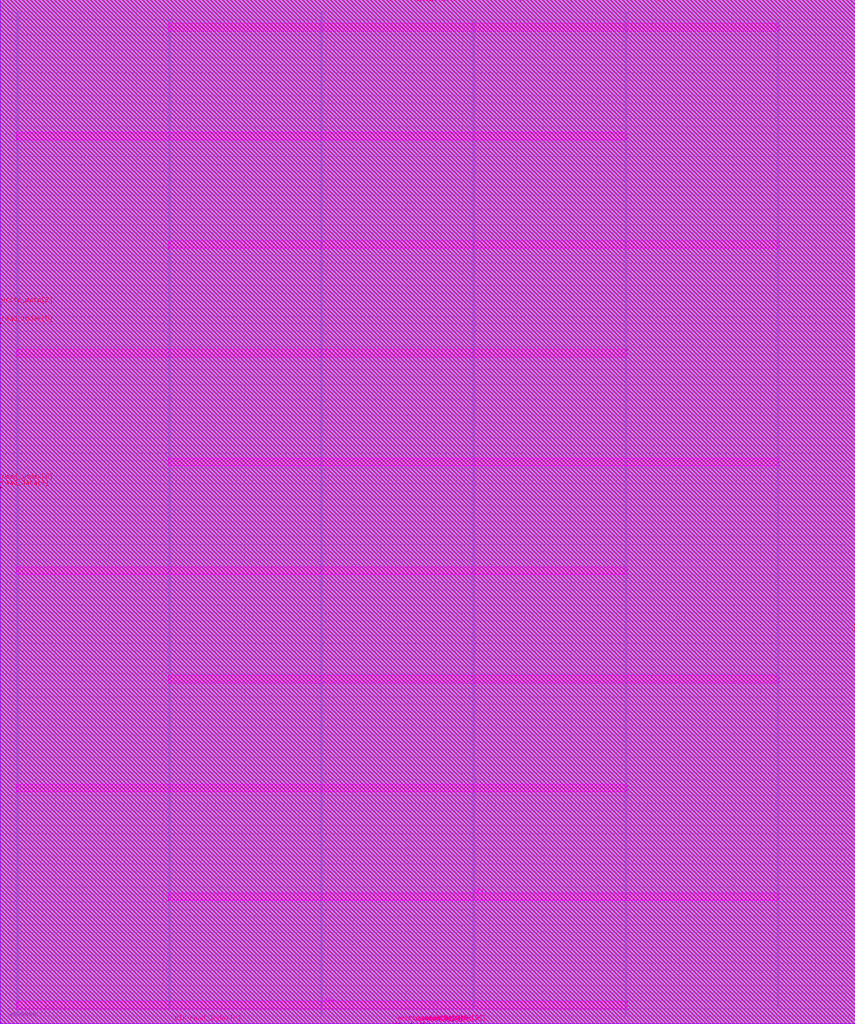
<source format=lef>
VERSION 5.8 ;
BUSBITCHARS "[]" ;
DIVIDERCHAR "/" ;
UNITS
    DATABASE MICRONS 2000 ;
END UNITS
MACRO SmallBuffer128
  FOREIGN SmallBuffer128 0 0 ;
  CLASS BLOCK ;
  SIZE 157.35 BY 188.415 ;
  PIN VSS
    USE GROUND ;
    DIRECTION INOUT ;
    PORT
      LAYER metal7 ;
        RECT  2.9 162.7 115.38 164.1 ;
        RECT  2.9 122.7 115.38 124.1 ;
        RECT  2.9 82.7 115.38 84.1 ;
        RECT  2.9 42.7 115.38 44.1 ;
        RECT  2.9 2.7 115.38 4.1 ;
      LAYER metal4 ;
        RECT  114.9 1.315 115.38 186.285 ;
        RECT  58.9 1.315 59.38 186.285 ;
        RECT  2.9 1.315 3.38 186.285 ;
      LAYER metal1 ;
        RECT  1.14 186.115 156.18 186.285 ;
        RECT  1.14 183.315 156.18 183.485 ;
        RECT  1.14 180.515 156.18 180.685 ;
        RECT  1.14 177.715 156.18 177.885 ;
        RECT  1.14 174.915 156.18 175.085 ;
        RECT  1.14 172.115 156.18 172.285 ;
        RECT  1.14 169.315 156.18 169.485 ;
        RECT  1.14 166.515 156.18 166.685 ;
        RECT  1.14 163.715 156.18 163.885 ;
        RECT  1.14 160.915 156.18 161.085 ;
        RECT  1.14 158.115 156.18 158.285 ;
        RECT  1.14 155.315 156.18 155.485 ;
        RECT  1.14 152.515 156.18 152.685 ;
        RECT  1.14 149.715 156.18 149.885 ;
        RECT  1.14 146.915 156.18 147.085 ;
        RECT  1.14 144.115 156.18 144.285 ;
        RECT  1.14 141.315 156.18 141.485 ;
        RECT  1.14 138.515 156.18 138.685 ;
        RECT  1.14 135.715 156.18 135.885 ;
        RECT  1.14 132.915 156.18 133.085 ;
        RECT  1.14 130.115 156.18 130.285 ;
        RECT  1.14 127.315 156.18 127.485 ;
        RECT  1.14 124.515 156.18 124.685 ;
        RECT  1.14 121.715 156.18 121.885 ;
        RECT  1.14 118.915 156.18 119.085 ;
        RECT  1.14 116.115 156.18 116.285 ;
        RECT  1.14 113.315 156.18 113.485 ;
        RECT  1.14 110.515 156.18 110.685 ;
        RECT  1.14 107.715 156.18 107.885 ;
        RECT  1.14 104.915 156.18 105.085 ;
        RECT  1.14 102.115 156.18 102.285 ;
        RECT  1.14 99.315 156.18 99.485 ;
        RECT  1.14 96.515 156.18 96.685 ;
        RECT  1.14 93.715 156.18 93.885 ;
        RECT  1.14 90.915 156.18 91.085 ;
        RECT  1.14 88.115 156.18 88.285 ;
        RECT  1.14 85.315 156.18 85.485 ;
        RECT  1.14 82.515 156.18 82.685 ;
        RECT  1.14 79.715 156.18 79.885 ;
        RECT  1.14 76.915 156.18 77.085 ;
        RECT  1.14 74.115 156.18 74.285 ;
        RECT  1.14 71.315 156.18 71.485 ;
        RECT  1.14 68.515 156.18 68.685 ;
        RECT  1.14 65.715 156.18 65.885 ;
        RECT  1.14 62.915 156.18 63.085 ;
        RECT  1.14 60.115 156.18 60.285 ;
        RECT  1.14 57.315 156.18 57.485 ;
        RECT  1.14 54.515 156.18 54.685 ;
        RECT  1.14 51.715 156.18 51.885 ;
        RECT  1.14 48.915 156.18 49.085 ;
        RECT  1.14 46.115 156.18 46.285 ;
        RECT  1.14 43.315 156.18 43.485 ;
        RECT  1.14 40.515 156.18 40.685 ;
        RECT  1.14 37.715 156.18 37.885 ;
        RECT  1.14 34.915 156.18 35.085 ;
        RECT  1.14 32.115 156.18 32.285 ;
        RECT  1.14 29.315 156.18 29.485 ;
        RECT  1.14 26.515 156.18 26.685 ;
        RECT  1.14 23.715 156.18 23.885 ;
        RECT  1.14 20.915 156.18 21.085 ;
        RECT  1.14 18.115 156.18 18.285 ;
        RECT  1.14 15.315 156.18 15.485 ;
        RECT  1.14 12.515 156.18 12.685 ;
        RECT  1.14 9.715 156.18 9.885 ;
        RECT  1.14 6.915 156.18 7.085 ;
        RECT  1.14 4.115 156.18 4.285 ;
        RECT  1.14 1.315 156.18 1.485 ;
      VIA 115.14 163.4 via6_7_960_2800_4_1_600_600 ;
      VIA 115.14 163.4 via5_6_960_2800_5_2_600_600 ;
      VIA 115.14 163.4 via4_5_960_2800_5_2_600_600 ;
      VIA 115.14 123.4 via6_7_960_2800_4_1_600_600 ;
      VIA 115.14 123.4 via5_6_960_2800_5_2_600_600 ;
      VIA 115.14 123.4 via4_5_960_2800_5_2_600_600 ;
      VIA 115.14 83.4 via6_7_960_2800_4_1_600_600 ;
      VIA 115.14 83.4 via5_6_960_2800_5_2_600_600 ;
      VIA 115.14 83.4 via4_5_960_2800_5_2_600_600 ;
      VIA 115.14 43.4 via6_7_960_2800_4_1_600_600 ;
      VIA 115.14 43.4 via5_6_960_2800_5_2_600_600 ;
      VIA 115.14 43.4 via4_5_960_2800_5_2_600_600 ;
      VIA 115.14 3.4 via6_7_960_2800_4_1_600_600 ;
      VIA 115.14 3.4 via5_6_960_2800_5_2_600_600 ;
      VIA 115.14 3.4 via4_5_960_2800_5_2_600_600 ;
      VIA 59.14 163.4 via6_7_960_2800_4_1_600_600 ;
      VIA 59.14 163.4 via5_6_960_2800_5_2_600_600 ;
      VIA 59.14 163.4 via4_5_960_2800_5_2_600_600 ;
      VIA 59.14 123.4 via6_7_960_2800_4_1_600_600 ;
      VIA 59.14 123.4 via5_6_960_2800_5_2_600_600 ;
      VIA 59.14 123.4 via4_5_960_2800_5_2_600_600 ;
      VIA 59.14 83.4 via6_7_960_2800_4_1_600_600 ;
      VIA 59.14 83.4 via5_6_960_2800_5_2_600_600 ;
      VIA 59.14 83.4 via4_5_960_2800_5_2_600_600 ;
      VIA 59.14 43.4 via6_7_960_2800_4_1_600_600 ;
      VIA 59.14 43.4 via5_6_960_2800_5_2_600_600 ;
      VIA 59.14 43.4 via4_5_960_2800_5_2_600_600 ;
      VIA 59.14 3.4 via6_7_960_2800_4_1_600_600 ;
      VIA 59.14 3.4 via5_6_960_2800_5_2_600_600 ;
      VIA 59.14 3.4 via4_5_960_2800_5_2_600_600 ;
      VIA 3.14 163.4 via6_7_960_2800_4_1_600_600 ;
      VIA 3.14 163.4 via5_6_960_2800_5_2_600_600 ;
      VIA 3.14 163.4 via4_5_960_2800_5_2_600_600 ;
      VIA 3.14 123.4 via6_7_960_2800_4_1_600_600 ;
      VIA 3.14 123.4 via5_6_960_2800_5_2_600_600 ;
      VIA 3.14 123.4 via4_5_960_2800_5_2_600_600 ;
      VIA 3.14 83.4 via6_7_960_2800_4_1_600_600 ;
      VIA 3.14 83.4 via5_6_960_2800_5_2_600_600 ;
      VIA 3.14 83.4 via4_5_960_2800_5_2_600_600 ;
      VIA 3.14 43.4 via6_7_960_2800_4_1_600_600 ;
      VIA 3.14 43.4 via5_6_960_2800_5_2_600_600 ;
      VIA 3.14 43.4 via4_5_960_2800_5_2_600_600 ;
      VIA 3.14 3.4 via6_7_960_2800_4_1_600_600 ;
      VIA 3.14 3.4 via5_6_960_2800_5_2_600_600 ;
      VIA 3.14 3.4 via4_5_960_2800_5_2_600_600 ;
      VIA 115.14 186.2 via3_4_960_340_1_3_320_320 ;
      VIA 115.14 186.2 via2_3_960_340_1_3_320_320 ;
      VIA 115.14 186.2 via1_2_960_340_1_3_300_300 ;
      VIA 115.14 183.4 via3_4_960_340_1_3_320_320 ;
      VIA 115.14 183.4 via2_3_960_340_1_3_320_320 ;
      VIA 115.14 183.4 via1_2_960_340_1_3_300_300 ;
      VIA 115.14 180.6 via3_4_960_340_1_3_320_320 ;
      VIA 115.14 180.6 via2_3_960_340_1_3_320_320 ;
      VIA 115.14 180.6 via1_2_960_340_1_3_300_300 ;
      VIA 115.14 177.8 via3_4_960_340_1_3_320_320 ;
      VIA 115.14 177.8 via2_3_960_340_1_3_320_320 ;
      VIA 115.14 177.8 via1_2_960_340_1_3_300_300 ;
      VIA 115.14 175 via3_4_960_340_1_3_320_320 ;
      VIA 115.14 175 via2_3_960_340_1_3_320_320 ;
      VIA 115.14 175 via1_2_960_340_1_3_300_300 ;
      VIA 115.14 172.2 via3_4_960_340_1_3_320_320 ;
      VIA 115.14 172.2 via2_3_960_340_1_3_320_320 ;
      VIA 115.14 172.2 via1_2_960_340_1_3_300_300 ;
      VIA 115.14 169.4 via3_4_960_340_1_3_320_320 ;
      VIA 115.14 169.4 via2_3_960_340_1_3_320_320 ;
      VIA 115.14 169.4 via1_2_960_340_1_3_300_300 ;
      VIA 115.14 166.6 via3_4_960_340_1_3_320_320 ;
      VIA 115.14 166.6 via2_3_960_340_1_3_320_320 ;
      VIA 115.14 166.6 via1_2_960_340_1_3_300_300 ;
      VIA 115.14 163.8 via3_4_960_340_1_3_320_320 ;
      VIA 115.14 163.8 via2_3_960_340_1_3_320_320 ;
      VIA 115.14 163.8 via1_2_960_340_1_3_300_300 ;
      VIA 115.14 161 via3_4_960_340_1_3_320_320 ;
      VIA 115.14 161 via2_3_960_340_1_3_320_320 ;
      VIA 115.14 161 via1_2_960_340_1_3_300_300 ;
      VIA 115.14 158.2 via3_4_960_340_1_3_320_320 ;
      VIA 115.14 158.2 via2_3_960_340_1_3_320_320 ;
      VIA 115.14 158.2 via1_2_960_340_1_3_300_300 ;
      VIA 115.14 155.4 via3_4_960_340_1_3_320_320 ;
      VIA 115.14 155.4 via2_3_960_340_1_3_320_320 ;
      VIA 115.14 155.4 via1_2_960_340_1_3_300_300 ;
      VIA 115.14 152.6 via3_4_960_340_1_3_320_320 ;
      VIA 115.14 152.6 via2_3_960_340_1_3_320_320 ;
      VIA 115.14 152.6 via1_2_960_340_1_3_300_300 ;
      VIA 115.14 149.8 via3_4_960_340_1_3_320_320 ;
      VIA 115.14 149.8 via2_3_960_340_1_3_320_320 ;
      VIA 115.14 149.8 via1_2_960_340_1_3_300_300 ;
      VIA 115.14 147 via3_4_960_340_1_3_320_320 ;
      VIA 115.14 147 via2_3_960_340_1_3_320_320 ;
      VIA 115.14 147 via1_2_960_340_1_3_300_300 ;
      VIA 115.14 144.2 via3_4_960_340_1_3_320_320 ;
      VIA 115.14 144.2 via2_3_960_340_1_3_320_320 ;
      VIA 115.14 144.2 via1_2_960_340_1_3_300_300 ;
      VIA 115.14 141.4 via3_4_960_340_1_3_320_320 ;
      VIA 115.14 141.4 via2_3_960_340_1_3_320_320 ;
      VIA 115.14 141.4 via1_2_960_340_1_3_300_300 ;
      VIA 115.14 138.6 via3_4_960_340_1_3_320_320 ;
      VIA 115.14 138.6 via2_3_960_340_1_3_320_320 ;
      VIA 115.14 138.6 via1_2_960_340_1_3_300_300 ;
      VIA 115.14 135.8 via3_4_960_340_1_3_320_320 ;
      VIA 115.14 135.8 via2_3_960_340_1_3_320_320 ;
      VIA 115.14 135.8 via1_2_960_340_1_3_300_300 ;
      VIA 115.14 133 via3_4_960_340_1_3_320_320 ;
      VIA 115.14 133 via2_3_960_340_1_3_320_320 ;
      VIA 115.14 133 via1_2_960_340_1_3_300_300 ;
      VIA 115.14 130.2 via3_4_960_340_1_3_320_320 ;
      VIA 115.14 130.2 via2_3_960_340_1_3_320_320 ;
      VIA 115.14 130.2 via1_2_960_340_1_3_300_300 ;
      VIA 115.14 127.4 via3_4_960_340_1_3_320_320 ;
      VIA 115.14 127.4 via2_3_960_340_1_3_320_320 ;
      VIA 115.14 127.4 via1_2_960_340_1_3_300_300 ;
      VIA 115.14 124.6 via3_4_960_340_1_3_320_320 ;
      VIA 115.14 124.6 via2_3_960_340_1_3_320_320 ;
      VIA 115.14 124.6 via1_2_960_340_1_3_300_300 ;
      VIA 115.14 121.8 via3_4_960_340_1_3_320_320 ;
      VIA 115.14 121.8 via2_3_960_340_1_3_320_320 ;
      VIA 115.14 121.8 via1_2_960_340_1_3_300_300 ;
      VIA 115.14 119 via3_4_960_340_1_3_320_320 ;
      VIA 115.14 119 via2_3_960_340_1_3_320_320 ;
      VIA 115.14 119 via1_2_960_340_1_3_300_300 ;
      VIA 115.14 116.2 via3_4_960_340_1_3_320_320 ;
      VIA 115.14 116.2 via2_3_960_340_1_3_320_320 ;
      VIA 115.14 116.2 via1_2_960_340_1_3_300_300 ;
      VIA 115.14 113.4 via3_4_960_340_1_3_320_320 ;
      VIA 115.14 113.4 via2_3_960_340_1_3_320_320 ;
      VIA 115.14 113.4 via1_2_960_340_1_3_300_300 ;
      VIA 115.14 110.6 via3_4_960_340_1_3_320_320 ;
      VIA 115.14 110.6 via2_3_960_340_1_3_320_320 ;
      VIA 115.14 110.6 via1_2_960_340_1_3_300_300 ;
      VIA 115.14 107.8 via3_4_960_340_1_3_320_320 ;
      VIA 115.14 107.8 via2_3_960_340_1_3_320_320 ;
      VIA 115.14 107.8 via1_2_960_340_1_3_300_300 ;
      VIA 115.14 105 via3_4_960_340_1_3_320_320 ;
      VIA 115.14 105 via2_3_960_340_1_3_320_320 ;
      VIA 115.14 105 via1_2_960_340_1_3_300_300 ;
      VIA 115.14 102.2 via3_4_960_340_1_3_320_320 ;
      VIA 115.14 102.2 via2_3_960_340_1_3_320_320 ;
      VIA 115.14 102.2 via1_2_960_340_1_3_300_300 ;
      VIA 115.14 99.4 via3_4_960_340_1_3_320_320 ;
      VIA 115.14 99.4 via2_3_960_340_1_3_320_320 ;
      VIA 115.14 99.4 via1_2_960_340_1_3_300_300 ;
      VIA 115.14 96.6 via3_4_960_340_1_3_320_320 ;
      VIA 115.14 96.6 via2_3_960_340_1_3_320_320 ;
      VIA 115.14 96.6 via1_2_960_340_1_3_300_300 ;
      VIA 115.14 93.8 via3_4_960_340_1_3_320_320 ;
      VIA 115.14 93.8 via2_3_960_340_1_3_320_320 ;
      VIA 115.14 93.8 via1_2_960_340_1_3_300_300 ;
      VIA 115.14 91 via3_4_960_340_1_3_320_320 ;
      VIA 115.14 91 via2_3_960_340_1_3_320_320 ;
      VIA 115.14 91 via1_2_960_340_1_3_300_300 ;
      VIA 115.14 88.2 via3_4_960_340_1_3_320_320 ;
      VIA 115.14 88.2 via2_3_960_340_1_3_320_320 ;
      VIA 115.14 88.2 via1_2_960_340_1_3_300_300 ;
      VIA 115.14 85.4 via3_4_960_340_1_3_320_320 ;
      VIA 115.14 85.4 via2_3_960_340_1_3_320_320 ;
      VIA 115.14 85.4 via1_2_960_340_1_3_300_300 ;
      VIA 115.14 82.6 via3_4_960_340_1_3_320_320 ;
      VIA 115.14 82.6 via2_3_960_340_1_3_320_320 ;
      VIA 115.14 82.6 via1_2_960_340_1_3_300_300 ;
      VIA 115.14 79.8 via3_4_960_340_1_3_320_320 ;
      VIA 115.14 79.8 via2_3_960_340_1_3_320_320 ;
      VIA 115.14 79.8 via1_2_960_340_1_3_300_300 ;
      VIA 115.14 77 via3_4_960_340_1_3_320_320 ;
      VIA 115.14 77 via2_3_960_340_1_3_320_320 ;
      VIA 115.14 77 via1_2_960_340_1_3_300_300 ;
      VIA 115.14 74.2 via3_4_960_340_1_3_320_320 ;
      VIA 115.14 74.2 via2_3_960_340_1_3_320_320 ;
      VIA 115.14 74.2 via1_2_960_340_1_3_300_300 ;
      VIA 115.14 71.4 via3_4_960_340_1_3_320_320 ;
      VIA 115.14 71.4 via2_3_960_340_1_3_320_320 ;
      VIA 115.14 71.4 via1_2_960_340_1_3_300_300 ;
      VIA 115.14 68.6 via3_4_960_340_1_3_320_320 ;
      VIA 115.14 68.6 via2_3_960_340_1_3_320_320 ;
      VIA 115.14 68.6 via1_2_960_340_1_3_300_300 ;
      VIA 115.14 65.8 via3_4_960_340_1_3_320_320 ;
      VIA 115.14 65.8 via2_3_960_340_1_3_320_320 ;
      VIA 115.14 65.8 via1_2_960_340_1_3_300_300 ;
      VIA 115.14 63 via3_4_960_340_1_3_320_320 ;
      VIA 115.14 63 via2_3_960_340_1_3_320_320 ;
      VIA 115.14 63 via1_2_960_340_1_3_300_300 ;
      VIA 115.14 60.2 via3_4_960_340_1_3_320_320 ;
      VIA 115.14 60.2 via2_3_960_340_1_3_320_320 ;
      VIA 115.14 60.2 via1_2_960_340_1_3_300_300 ;
      VIA 115.14 57.4 via3_4_960_340_1_3_320_320 ;
      VIA 115.14 57.4 via2_3_960_340_1_3_320_320 ;
      VIA 115.14 57.4 via1_2_960_340_1_3_300_300 ;
      VIA 115.14 54.6 via3_4_960_340_1_3_320_320 ;
      VIA 115.14 54.6 via2_3_960_340_1_3_320_320 ;
      VIA 115.14 54.6 via1_2_960_340_1_3_300_300 ;
      VIA 115.14 51.8 via3_4_960_340_1_3_320_320 ;
      VIA 115.14 51.8 via2_3_960_340_1_3_320_320 ;
      VIA 115.14 51.8 via1_2_960_340_1_3_300_300 ;
      VIA 115.14 49 via3_4_960_340_1_3_320_320 ;
      VIA 115.14 49 via2_3_960_340_1_3_320_320 ;
      VIA 115.14 49 via1_2_960_340_1_3_300_300 ;
      VIA 115.14 46.2 via3_4_960_340_1_3_320_320 ;
      VIA 115.14 46.2 via2_3_960_340_1_3_320_320 ;
      VIA 115.14 46.2 via1_2_960_340_1_3_300_300 ;
      VIA 115.14 43.4 via3_4_960_340_1_3_320_320 ;
      VIA 115.14 43.4 via2_3_960_340_1_3_320_320 ;
      VIA 115.14 43.4 via1_2_960_340_1_3_300_300 ;
      VIA 115.14 40.6 via3_4_960_340_1_3_320_320 ;
      VIA 115.14 40.6 via2_3_960_340_1_3_320_320 ;
      VIA 115.14 40.6 via1_2_960_340_1_3_300_300 ;
      VIA 115.14 37.8 via3_4_960_340_1_3_320_320 ;
      VIA 115.14 37.8 via2_3_960_340_1_3_320_320 ;
      VIA 115.14 37.8 via1_2_960_340_1_3_300_300 ;
      VIA 115.14 35 via3_4_960_340_1_3_320_320 ;
      VIA 115.14 35 via2_3_960_340_1_3_320_320 ;
      VIA 115.14 35 via1_2_960_340_1_3_300_300 ;
      VIA 115.14 32.2 via3_4_960_340_1_3_320_320 ;
      VIA 115.14 32.2 via2_3_960_340_1_3_320_320 ;
      VIA 115.14 32.2 via1_2_960_340_1_3_300_300 ;
      VIA 115.14 29.4 via3_4_960_340_1_3_320_320 ;
      VIA 115.14 29.4 via2_3_960_340_1_3_320_320 ;
      VIA 115.14 29.4 via1_2_960_340_1_3_300_300 ;
      VIA 115.14 26.6 via3_4_960_340_1_3_320_320 ;
      VIA 115.14 26.6 via2_3_960_340_1_3_320_320 ;
      VIA 115.14 26.6 via1_2_960_340_1_3_300_300 ;
      VIA 115.14 23.8 via3_4_960_340_1_3_320_320 ;
      VIA 115.14 23.8 via2_3_960_340_1_3_320_320 ;
      VIA 115.14 23.8 via1_2_960_340_1_3_300_300 ;
      VIA 115.14 21 via3_4_960_340_1_3_320_320 ;
      VIA 115.14 21 via2_3_960_340_1_3_320_320 ;
      VIA 115.14 21 via1_2_960_340_1_3_300_300 ;
      VIA 115.14 18.2 via3_4_960_340_1_3_320_320 ;
      VIA 115.14 18.2 via2_3_960_340_1_3_320_320 ;
      VIA 115.14 18.2 via1_2_960_340_1_3_300_300 ;
      VIA 115.14 15.4 via3_4_960_340_1_3_320_320 ;
      VIA 115.14 15.4 via2_3_960_340_1_3_320_320 ;
      VIA 115.14 15.4 via1_2_960_340_1_3_300_300 ;
      VIA 115.14 12.6 via3_4_960_340_1_3_320_320 ;
      VIA 115.14 12.6 via2_3_960_340_1_3_320_320 ;
      VIA 115.14 12.6 via1_2_960_340_1_3_300_300 ;
      VIA 115.14 9.8 via3_4_960_340_1_3_320_320 ;
      VIA 115.14 9.8 via2_3_960_340_1_3_320_320 ;
      VIA 115.14 9.8 via1_2_960_340_1_3_300_300 ;
      VIA 115.14 7 via3_4_960_340_1_3_320_320 ;
      VIA 115.14 7 via2_3_960_340_1_3_320_320 ;
      VIA 115.14 7 via1_2_960_340_1_3_300_300 ;
      VIA 115.14 4.2 via3_4_960_340_1_3_320_320 ;
      VIA 115.14 4.2 via2_3_960_340_1_3_320_320 ;
      VIA 115.14 4.2 via1_2_960_340_1_3_300_300 ;
      VIA 115.14 1.4 via3_4_960_340_1_3_320_320 ;
      VIA 115.14 1.4 via2_3_960_340_1_3_320_320 ;
      VIA 115.14 1.4 via1_2_960_340_1_3_300_300 ;
      VIA 59.14 186.2 via3_4_960_340_1_3_320_320 ;
      VIA 59.14 186.2 via2_3_960_340_1_3_320_320 ;
      VIA 59.14 186.2 via1_2_960_340_1_3_300_300 ;
      VIA 59.14 183.4 via3_4_960_340_1_3_320_320 ;
      VIA 59.14 183.4 via2_3_960_340_1_3_320_320 ;
      VIA 59.14 183.4 via1_2_960_340_1_3_300_300 ;
      VIA 59.14 180.6 via3_4_960_340_1_3_320_320 ;
      VIA 59.14 180.6 via2_3_960_340_1_3_320_320 ;
      VIA 59.14 180.6 via1_2_960_340_1_3_300_300 ;
      VIA 59.14 177.8 via3_4_960_340_1_3_320_320 ;
      VIA 59.14 177.8 via2_3_960_340_1_3_320_320 ;
      VIA 59.14 177.8 via1_2_960_340_1_3_300_300 ;
      VIA 59.14 175 via3_4_960_340_1_3_320_320 ;
      VIA 59.14 175 via2_3_960_340_1_3_320_320 ;
      VIA 59.14 175 via1_2_960_340_1_3_300_300 ;
      VIA 59.14 172.2 via3_4_960_340_1_3_320_320 ;
      VIA 59.14 172.2 via2_3_960_340_1_3_320_320 ;
      VIA 59.14 172.2 via1_2_960_340_1_3_300_300 ;
      VIA 59.14 169.4 via3_4_960_340_1_3_320_320 ;
      VIA 59.14 169.4 via2_3_960_340_1_3_320_320 ;
      VIA 59.14 169.4 via1_2_960_340_1_3_300_300 ;
      VIA 59.14 166.6 via3_4_960_340_1_3_320_320 ;
      VIA 59.14 166.6 via2_3_960_340_1_3_320_320 ;
      VIA 59.14 166.6 via1_2_960_340_1_3_300_300 ;
      VIA 59.14 163.8 via3_4_960_340_1_3_320_320 ;
      VIA 59.14 163.8 via2_3_960_340_1_3_320_320 ;
      VIA 59.14 163.8 via1_2_960_340_1_3_300_300 ;
      VIA 59.14 161 via3_4_960_340_1_3_320_320 ;
      VIA 59.14 161 via2_3_960_340_1_3_320_320 ;
      VIA 59.14 161 via1_2_960_340_1_3_300_300 ;
      VIA 59.14 158.2 via3_4_960_340_1_3_320_320 ;
      VIA 59.14 158.2 via2_3_960_340_1_3_320_320 ;
      VIA 59.14 158.2 via1_2_960_340_1_3_300_300 ;
      VIA 59.14 155.4 via3_4_960_340_1_3_320_320 ;
      VIA 59.14 155.4 via2_3_960_340_1_3_320_320 ;
      VIA 59.14 155.4 via1_2_960_340_1_3_300_300 ;
      VIA 59.14 152.6 via3_4_960_340_1_3_320_320 ;
      VIA 59.14 152.6 via2_3_960_340_1_3_320_320 ;
      VIA 59.14 152.6 via1_2_960_340_1_3_300_300 ;
      VIA 59.14 149.8 via3_4_960_340_1_3_320_320 ;
      VIA 59.14 149.8 via2_3_960_340_1_3_320_320 ;
      VIA 59.14 149.8 via1_2_960_340_1_3_300_300 ;
      VIA 59.14 147 via3_4_960_340_1_3_320_320 ;
      VIA 59.14 147 via2_3_960_340_1_3_320_320 ;
      VIA 59.14 147 via1_2_960_340_1_3_300_300 ;
      VIA 59.14 144.2 via3_4_960_340_1_3_320_320 ;
      VIA 59.14 144.2 via2_3_960_340_1_3_320_320 ;
      VIA 59.14 144.2 via1_2_960_340_1_3_300_300 ;
      VIA 59.14 141.4 via3_4_960_340_1_3_320_320 ;
      VIA 59.14 141.4 via2_3_960_340_1_3_320_320 ;
      VIA 59.14 141.4 via1_2_960_340_1_3_300_300 ;
      VIA 59.14 138.6 via3_4_960_340_1_3_320_320 ;
      VIA 59.14 138.6 via2_3_960_340_1_3_320_320 ;
      VIA 59.14 138.6 via1_2_960_340_1_3_300_300 ;
      VIA 59.14 135.8 via3_4_960_340_1_3_320_320 ;
      VIA 59.14 135.8 via2_3_960_340_1_3_320_320 ;
      VIA 59.14 135.8 via1_2_960_340_1_3_300_300 ;
      VIA 59.14 133 via3_4_960_340_1_3_320_320 ;
      VIA 59.14 133 via2_3_960_340_1_3_320_320 ;
      VIA 59.14 133 via1_2_960_340_1_3_300_300 ;
      VIA 59.14 130.2 via3_4_960_340_1_3_320_320 ;
      VIA 59.14 130.2 via2_3_960_340_1_3_320_320 ;
      VIA 59.14 130.2 via1_2_960_340_1_3_300_300 ;
      VIA 59.14 127.4 via3_4_960_340_1_3_320_320 ;
      VIA 59.14 127.4 via2_3_960_340_1_3_320_320 ;
      VIA 59.14 127.4 via1_2_960_340_1_3_300_300 ;
      VIA 59.14 124.6 via3_4_960_340_1_3_320_320 ;
      VIA 59.14 124.6 via2_3_960_340_1_3_320_320 ;
      VIA 59.14 124.6 via1_2_960_340_1_3_300_300 ;
      VIA 59.14 121.8 via3_4_960_340_1_3_320_320 ;
      VIA 59.14 121.8 via2_3_960_340_1_3_320_320 ;
      VIA 59.14 121.8 via1_2_960_340_1_3_300_300 ;
      VIA 59.14 119 via3_4_960_340_1_3_320_320 ;
      VIA 59.14 119 via2_3_960_340_1_3_320_320 ;
      VIA 59.14 119 via1_2_960_340_1_3_300_300 ;
      VIA 59.14 116.2 via3_4_960_340_1_3_320_320 ;
      VIA 59.14 116.2 via2_3_960_340_1_3_320_320 ;
      VIA 59.14 116.2 via1_2_960_340_1_3_300_300 ;
      VIA 59.14 113.4 via3_4_960_340_1_3_320_320 ;
      VIA 59.14 113.4 via2_3_960_340_1_3_320_320 ;
      VIA 59.14 113.4 via1_2_960_340_1_3_300_300 ;
      VIA 59.14 110.6 via3_4_960_340_1_3_320_320 ;
      VIA 59.14 110.6 via2_3_960_340_1_3_320_320 ;
      VIA 59.14 110.6 via1_2_960_340_1_3_300_300 ;
      VIA 59.14 107.8 via3_4_960_340_1_3_320_320 ;
      VIA 59.14 107.8 via2_3_960_340_1_3_320_320 ;
      VIA 59.14 107.8 via1_2_960_340_1_3_300_300 ;
      VIA 59.14 105 via3_4_960_340_1_3_320_320 ;
      VIA 59.14 105 via2_3_960_340_1_3_320_320 ;
      VIA 59.14 105 via1_2_960_340_1_3_300_300 ;
      VIA 59.14 102.2 via3_4_960_340_1_3_320_320 ;
      VIA 59.14 102.2 via2_3_960_340_1_3_320_320 ;
      VIA 59.14 102.2 via1_2_960_340_1_3_300_300 ;
      VIA 59.14 99.4 via3_4_960_340_1_3_320_320 ;
      VIA 59.14 99.4 via2_3_960_340_1_3_320_320 ;
      VIA 59.14 99.4 via1_2_960_340_1_3_300_300 ;
      VIA 59.14 96.6 via3_4_960_340_1_3_320_320 ;
      VIA 59.14 96.6 via2_3_960_340_1_3_320_320 ;
      VIA 59.14 96.6 via1_2_960_340_1_3_300_300 ;
      VIA 59.14 93.8 via3_4_960_340_1_3_320_320 ;
      VIA 59.14 93.8 via2_3_960_340_1_3_320_320 ;
      VIA 59.14 93.8 via1_2_960_340_1_3_300_300 ;
      VIA 59.14 91 via3_4_960_340_1_3_320_320 ;
      VIA 59.14 91 via2_3_960_340_1_3_320_320 ;
      VIA 59.14 91 via1_2_960_340_1_3_300_300 ;
      VIA 59.14 88.2 via3_4_960_340_1_3_320_320 ;
      VIA 59.14 88.2 via2_3_960_340_1_3_320_320 ;
      VIA 59.14 88.2 via1_2_960_340_1_3_300_300 ;
      VIA 59.14 85.4 via3_4_960_340_1_3_320_320 ;
      VIA 59.14 85.4 via2_3_960_340_1_3_320_320 ;
      VIA 59.14 85.4 via1_2_960_340_1_3_300_300 ;
      VIA 59.14 82.6 via3_4_960_340_1_3_320_320 ;
      VIA 59.14 82.6 via2_3_960_340_1_3_320_320 ;
      VIA 59.14 82.6 via1_2_960_340_1_3_300_300 ;
      VIA 59.14 79.8 via3_4_960_340_1_3_320_320 ;
      VIA 59.14 79.8 via2_3_960_340_1_3_320_320 ;
      VIA 59.14 79.8 via1_2_960_340_1_3_300_300 ;
      VIA 59.14 77 via3_4_960_340_1_3_320_320 ;
      VIA 59.14 77 via2_3_960_340_1_3_320_320 ;
      VIA 59.14 77 via1_2_960_340_1_3_300_300 ;
      VIA 59.14 74.2 via3_4_960_340_1_3_320_320 ;
      VIA 59.14 74.2 via2_3_960_340_1_3_320_320 ;
      VIA 59.14 74.2 via1_2_960_340_1_3_300_300 ;
      VIA 59.14 71.4 via3_4_960_340_1_3_320_320 ;
      VIA 59.14 71.4 via2_3_960_340_1_3_320_320 ;
      VIA 59.14 71.4 via1_2_960_340_1_3_300_300 ;
      VIA 59.14 68.6 via3_4_960_340_1_3_320_320 ;
      VIA 59.14 68.6 via2_3_960_340_1_3_320_320 ;
      VIA 59.14 68.6 via1_2_960_340_1_3_300_300 ;
      VIA 59.14 65.8 via3_4_960_340_1_3_320_320 ;
      VIA 59.14 65.8 via2_3_960_340_1_3_320_320 ;
      VIA 59.14 65.8 via1_2_960_340_1_3_300_300 ;
      VIA 59.14 63 via3_4_960_340_1_3_320_320 ;
      VIA 59.14 63 via2_3_960_340_1_3_320_320 ;
      VIA 59.14 63 via1_2_960_340_1_3_300_300 ;
      VIA 59.14 60.2 via3_4_960_340_1_3_320_320 ;
      VIA 59.14 60.2 via2_3_960_340_1_3_320_320 ;
      VIA 59.14 60.2 via1_2_960_340_1_3_300_300 ;
      VIA 59.14 57.4 via3_4_960_340_1_3_320_320 ;
      VIA 59.14 57.4 via2_3_960_340_1_3_320_320 ;
      VIA 59.14 57.4 via1_2_960_340_1_3_300_300 ;
      VIA 59.14 54.6 via3_4_960_340_1_3_320_320 ;
      VIA 59.14 54.6 via2_3_960_340_1_3_320_320 ;
      VIA 59.14 54.6 via1_2_960_340_1_3_300_300 ;
      VIA 59.14 51.8 via3_4_960_340_1_3_320_320 ;
      VIA 59.14 51.8 via2_3_960_340_1_3_320_320 ;
      VIA 59.14 51.8 via1_2_960_340_1_3_300_300 ;
      VIA 59.14 49 via3_4_960_340_1_3_320_320 ;
      VIA 59.14 49 via2_3_960_340_1_3_320_320 ;
      VIA 59.14 49 via1_2_960_340_1_3_300_300 ;
      VIA 59.14 46.2 via3_4_960_340_1_3_320_320 ;
      VIA 59.14 46.2 via2_3_960_340_1_3_320_320 ;
      VIA 59.14 46.2 via1_2_960_340_1_3_300_300 ;
      VIA 59.14 43.4 via3_4_960_340_1_3_320_320 ;
      VIA 59.14 43.4 via2_3_960_340_1_3_320_320 ;
      VIA 59.14 43.4 via1_2_960_340_1_3_300_300 ;
      VIA 59.14 40.6 via3_4_960_340_1_3_320_320 ;
      VIA 59.14 40.6 via2_3_960_340_1_3_320_320 ;
      VIA 59.14 40.6 via1_2_960_340_1_3_300_300 ;
      VIA 59.14 37.8 via3_4_960_340_1_3_320_320 ;
      VIA 59.14 37.8 via2_3_960_340_1_3_320_320 ;
      VIA 59.14 37.8 via1_2_960_340_1_3_300_300 ;
      VIA 59.14 35 via3_4_960_340_1_3_320_320 ;
      VIA 59.14 35 via2_3_960_340_1_3_320_320 ;
      VIA 59.14 35 via1_2_960_340_1_3_300_300 ;
      VIA 59.14 32.2 via3_4_960_340_1_3_320_320 ;
      VIA 59.14 32.2 via2_3_960_340_1_3_320_320 ;
      VIA 59.14 32.2 via1_2_960_340_1_3_300_300 ;
      VIA 59.14 29.4 via3_4_960_340_1_3_320_320 ;
      VIA 59.14 29.4 via2_3_960_340_1_3_320_320 ;
      VIA 59.14 29.4 via1_2_960_340_1_3_300_300 ;
      VIA 59.14 26.6 via3_4_960_340_1_3_320_320 ;
      VIA 59.14 26.6 via2_3_960_340_1_3_320_320 ;
      VIA 59.14 26.6 via1_2_960_340_1_3_300_300 ;
      VIA 59.14 23.8 via3_4_960_340_1_3_320_320 ;
      VIA 59.14 23.8 via2_3_960_340_1_3_320_320 ;
      VIA 59.14 23.8 via1_2_960_340_1_3_300_300 ;
      VIA 59.14 21 via3_4_960_340_1_3_320_320 ;
      VIA 59.14 21 via2_3_960_340_1_3_320_320 ;
      VIA 59.14 21 via1_2_960_340_1_3_300_300 ;
      VIA 59.14 18.2 via3_4_960_340_1_3_320_320 ;
      VIA 59.14 18.2 via2_3_960_340_1_3_320_320 ;
      VIA 59.14 18.2 via1_2_960_340_1_3_300_300 ;
      VIA 59.14 15.4 via3_4_960_340_1_3_320_320 ;
      VIA 59.14 15.4 via2_3_960_340_1_3_320_320 ;
      VIA 59.14 15.4 via1_2_960_340_1_3_300_300 ;
      VIA 59.14 12.6 via3_4_960_340_1_3_320_320 ;
      VIA 59.14 12.6 via2_3_960_340_1_3_320_320 ;
      VIA 59.14 12.6 via1_2_960_340_1_3_300_300 ;
      VIA 59.14 9.8 via3_4_960_340_1_3_320_320 ;
      VIA 59.14 9.8 via2_3_960_340_1_3_320_320 ;
      VIA 59.14 9.8 via1_2_960_340_1_3_300_300 ;
      VIA 59.14 7 via3_4_960_340_1_3_320_320 ;
      VIA 59.14 7 via2_3_960_340_1_3_320_320 ;
      VIA 59.14 7 via1_2_960_340_1_3_300_300 ;
      VIA 59.14 4.2 via3_4_960_340_1_3_320_320 ;
      VIA 59.14 4.2 via2_3_960_340_1_3_320_320 ;
      VIA 59.14 4.2 via1_2_960_340_1_3_300_300 ;
      VIA 59.14 1.4 via3_4_960_340_1_3_320_320 ;
      VIA 59.14 1.4 via2_3_960_340_1_3_320_320 ;
      VIA 59.14 1.4 via1_2_960_340_1_3_300_300 ;
      VIA 3.14 186.2 via3_4_960_340_1_3_320_320 ;
      VIA 3.14 186.2 via2_3_960_340_1_3_320_320 ;
      VIA 3.14 186.2 via1_2_960_340_1_3_300_300 ;
      VIA 3.14 183.4 via3_4_960_340_1_3_320_320 ;
      VIA 3.14 183.4 via2_3_960_340_1_3_320_320 ;
      VIA 3.14 183.4 via1_2_960_340_1_3_300_300 ;
      VIA 3.14 180.6 via3_4_960_340_1_3_320_320 ;
      VIA 3.14 180.6 via2_3_960_340_1_3_320_320 ;
      VIA 3.14 180.6 via1_2_960_340_1_3_300_300 ;
      VIA 3.14 177.8 via3_4_960_340_1_3_320_320 ;
      VIA 3.14 177.8 via2_3_960_340_1_3_320_320 ;
      VIA 3.14 177.8 via1_2_960_340_1_3_300_300 ;
      VIA 3.14 175 via3_4_960_340_1_3_320_320 ;
      VIA 3.14 175 via2_3_960_340_1_3_320_320 ;
      VIA 3.14 175 via1_2_960_340_1_3_300_300 ;
      VIA 3.14 172.2 via3_4_960_340_1_3_320_320 ;
      VIA 3.14 172.2 via2_3_960_340_1_3_320_320 ;
      VIA 3.14 172.2 via1_2_960_340_1_3_300_300 ;
      VIA 3.14 169.4 via3_4_960_340_1_3_320_320 ;
      VIA 3.14 169.4 via2_3_960_340_1_3_320_320 ;
      VIA 3.14 169.4 via1_2_960_340_1_3_300_300 ;
      VIA 3.14 166.6 via3_4_960_340_1_3_320_320 ;
      VIA 3.14 166.6 via2_3_960_340_1_3_320_320 ;
      VIA 3.14 166.6 via1_2_960_340_1_3_300_300 ;
      VIA 3.14 163.8 via3_4_960_340_1_3_320_320 ;
      VIA 3.14 163.8 via2_3_960_340_1_3_320_320 ;
      VIA 3.14 163.8 via1_2_960_340_1_3_300_300 ;
      VIA 3.14 161 via3_4_960_340_1_3_320_320 ;
      VIA 3.14 161 via2_3_960_340_1_3_320_320 ;
      VIA 3.14 161 via1_2_960_340_1_3_300_300 ;
      VIA 3.14 158.2 via3_4_960_340_1_3_320_320 ;
      VIA 3.14 158.2 via2_3_960_340_1_3_320_320 ;
      VIA 3.14 158.2 via1_2_960_340_1_3_300_300 ;
      VIA 3.14 155.4 via3_4_960_340_1_3_320_320 ;
      VIA 3.14 155.4 via2_3_960_340_1_3_320_320 ;
      VIA 3.14 155.4 via1_2_960_340_1_3_300_300 ;
      VIA 3.14 152.6 via3_4_960_340_1_3_320_320 ;
      VIA 3.14 152.6 via2_3_960_340_1_3_320_320 ;
      VIA 3.14 152.6 via1_2_960_340_1_3_300_300 ;
      VIA 3.14 149.8 via3_4_960_340_1_3_320_320 ;
      VIA 3.14 149.8 via2_3_960_340_1_3_320_320 ;
      VIA 3.14 149.8 via1_2_960_340_1_3_300_300 ;
      VIA 3.14 147 via3_4_960_340_1_3_320_320 ;
      VIA 3.14 147 via2_3_960_340_1_3_320_320 ;
      VIA 3.14 147 via1_2_960_340_1_3_300_300 ;
      VIA 3.14 144.2 via3_4_960_340_1_3_320_320 ;
      VIA 3.14 144.2 via2_3_960_340_1_3_320_320 ;
      VIA 3.14 144.2 via1_2_960_340_1_3_300_300 ;
      VIA 3.14 141.4 via3_4_960_340_1_3_320_320 ;
      VIA 3.14 141.4 via2_3_960_340_1_3_320_320 ;
      VIA 3.14 141.4 via1_2_960_340_1_3_300_300 ;
      VIA 3.14 138.6 via3_4_960_340_1_3_320_320 ;
      VIA 3.14 138.6 via2_3_960_340_1_3_320_320 ;
      VIA 3.14 138.6 via1_2_960_340_1_3_300_300 ;
      VIA 3.14 135.8 via3_4_960_340_1_3_320_320 ;
      VIA 3.14 135.8 via2_3_960_340_1_3_320_320 ;
      VIA 3.14 135.8 via1_2_960_340_1_3_300_300 ;
      VIA 3.14 133 via3_4_960_340_1_3_320_320 ;
      VIA 3.14 133 via2_3_960_340_1_3_320_320 ;
      VIA 3.14 133 via1_2_960_340_1_3_300_300 ;
      VIA 3.14 130.2 via3_4_960_340_1_3_320_320 ;
      VIA 3.14 130.2 via2_3_960_340_1_3_320_320 ;
      VIA 3.14 130.2 via1_2_960_340_1_3_300_300 ;
      VIA 3.14 127.4 via3_4_960_340_1_3_320_320 ;
      VIA 3.14 127.4 via2_3_960_340_1_3_320_320 ;
      VIA 3.14 127.4 via1_2_960_340_1_3_300_300 ;
      VIA 3.14 124.6 via3_4_960_340_1_3_320_320 ;
      VIA 3.14 124.6 via2_3_960_340_1_3_320_320 ;
      VIA 3.14 124.6 via1_2_960_340_1_3_300_300 ;
      VIA 3.14 121.8 via3_4_960_340_1_3_320_320 ;
      VIA 3.14 121.8 via2_3_960_340_1_3_320_320 ;
      VIA 3.14 121.8 via1_2_960_340_1_3_300_300 ;
      VIA 3.14 119 via3_4_960_340_1_3_320_320 ;
      VIA 3.14 119 via2_3_960_340_1_3_320_320 ;
      VIA 3.14 119 via1_2_960_340_1_3_300_300 ;
      VIA 3.14 116.2 via3_4_960_340_1_3_320_320 ;
      VIA 3.14 116.2 via2_3_960_340_1_3_320_320 ;
      VIA 3.14 116.2 via1_2_960_340_1_3_300_300 ;
      VIA 3.14 113.4 via3_4_960_340_1_3_320_320 ;
      VIA 3.14 113.4 via2_3_960_340_1_3_320_320 ;
      VIA 3.14 113.4 via1_2_960_340_1_3_300_300 ;
      VIA 3.14 110.6 via3_4_960_340_1_3_320_320 ;
      VIA 3.14 110.6 via2_3_960_340_1_3_320_320 ;
      VIA 3.14 110.6 via1_2_960_340_1_3_300_300 ;
      VIA 3.14 107.8 via3_4_960_340_1_3_320_320 ;
      VIA 3.14 107.8 via2_3_960_340_1_3_320_320 ;
      VIA 3.14 107.8 via1_2_960_340_1_3_300_300 ;
      VIA 3.14 105 via3_4_960_340_1_3_320_320 ;
      VIA 3.14 105 via2_3_960_340_1_3_320_320 ;
      VIA 3.14 105 via1_2_960_340_1_3_300_300 ;
      VIA 3.14 102.2 via3_4_960_340_1_3_320_320 ;
      VIA 3.14 102.2 via2_3_960_340_1_3_320_320 ;
      VIA 3.14 102.2 via1_2_960_340_1_3_300_300 ;
      VIA 3.14 99.4 via3_4_960_340_1_3_320_320 ;
      VIA 3.14 99.4 via2_3_960_340_1_3_320_320 ;
      VIA 3.14 99.4 via1_2_960_340_1_3_300_300 ;
      VIA 3.14 96.6 via3_4_960_340_1_3_320_320 ;
      VIA 3.14 96.6 via2_3_960_340_1_3_320_320 ;
      VIA 3.14 96.6 via1_2_960_340_1_3_300_300 ;
      VIA 3.14 93.8 via3_4_960_340_1_3_320_320 ;
      VIA 3.14 93.8 via2_3_960_340_1_3_320_320 ;
      VIA 3.14 93.8 via1_2_960_340_1_3_300_300 ;
      VIA 3.14 91 via3_4_960_340_1_3_320_320 ;
      VIA 3.14 91 via2_3_960_340_1_3_320_320 ;
      VIA 3.14 91 via1_2_960_340_1_3_300_300 ;
      VIA 3.14 88.2 via3_4_960_340_1_3_320_320 ;
      VIA 3.14 88.2 via2_3_960_340_1_3_320_320 ;
      VIA 3.14 88.2 via1_2_960_340_1_3_300_300 ;
      VIA 3.14 85.4 via3_4_960_340_1_3_320_320 ;
      VIA 3.14 85.4 via2_3_960_340_1_3_320_320 ;
      VIA 3.14 85.4 via1_2_960_340_1_3_300_300 ;
      VIA 3.14 82.6 via3_4_960_340_1_3_320_320 ;
      VIA 3.14 82.6 via2_3_960_340_1_3_320_320 ;
      VIA 3.14 82.6 via1_2_960_340_1_3_300_300 ;
      VIA 3.14 79.8 via3_4_960_340_1_3_320_320 ;
      VIA 3.14 79.8 via2_3_960_340_1_3_320_320 ;
      VIA 3.14 79.8 via1_2_960_340_1_3_300_300 ;
      VIA 3.14 77 via3_4_960_340_1_3_320_320 ;
      VIA 3.14 77 via2_3_960_340_1_3_320_320 ;
      VIA 3.14 77 via1_2_960_340_1_3_300_300 ;
      VIA 3.14 74.2 via3_4_960_340_1_3_320_320 ;
      VIA 3.14 74.2 via2_3_960_340_1_3_320_320 ;
      VIA 3.14 74.2 via1_2_960_340_1_3_300_300 ;
      VIA 3.14 71.4 via3_4_960_340_1_3_320_320 ;
      VIA 3.14 71.4 via2_3_960_340_1_3_320_320 ;
      VIA 3.14 71.4 via1_2_960_340_1_3_300_300 ;
      VIA 3.14 68.6 via3_4_960_340_1_3_320_320 ;
      VIA 3.14 68.6 via2_3_960_340_1_3_320_320 ;
      VIA 3.14 68.6 via1_2_960_340_1_3_300_300 ;
      VIA 3.14 65.8 via3_4_960_340_1_3_320_320 ;
      VIA 3.14 65.8 via2_3_960_340_1_3_320_320 ;
      VIA 3.14 65.8 via1_2_960_340_1_3_300_300 ;
      VIA 3.14 63 via3_4_960_340_1_3_320_320 ;
      VIA 3.14 63 via2_3_960_340_1_3_320_320 ;
      VIA 3.14 63 via1_2_960_340_1_3_300_300 ;
      VIA 3.14 60.2 via3_4_960_340_1_3_320_320 ;
      VIA 3.14 60.2 via2_3_960_340_1_3_320_320 ;
      VIA 3.14 60.2 via1_2_960_340_1_3_300_300 ;
      VIA 3.14 57.4 via3_4_960_340_1_3_320_320 ;
      VIA 3.14 57.4 via2_3_960_340_1_3_320_320 ;
      VIA 3.14 57.4 via1_2_960_340_1_3_300_300 ;
      VIA 3.14 54.6 via3_4_960_340_1_3_320_320 ;
      VIA 3.14 54.6 via2_3_960_340_1_3_320_320 ;
      VIA 3.14 54.6 via1_2_960_340_1_3_300_300 ;
      VIA 3.14 51.8 via3_4_960_340_1_3_320_320 ;
      VIA 3.14 51.8 via2_3_960_340_1_3_320_320 ;
      VIA 3.14 51.8 via1_2_960_340_1_3_300_300 ;
      VIA 3.14 49 via3_4_960_340_1_3_320_320 ;
      VIA 3.14 49 via2_3_960_340_1_3_320_320 ;
      VIA 3.14 49 via1_2_960_340_1_3_300_300 ;
      VIA 3.14 46.2 via3_4_960_340_1_3_320_320 ;
      VIA 3.14 46.2 via2_3_960_340_1_3_320_320 ;
      VIA 3.14 46.2 via1_2_960_340_1_3_300_300 ;
      VIA 3.14 43.4 via3_4_960_340_1_3_320_320 ;
      VIA 3.14 43.4 via2_3_960_340_1_3_320_320 ;
      VIA 3.14 43.4 via1_2_960_340_1_3_300_300 ;
      VIA 3.14 40.6 via3_4_960_340_1_3_320_320 ;
      VIA 3.14 40.6 via2_3_960_340_1_3_320_320 ;
      VIA 3.14 40.6 via1_2_960_340_1_3_300_300 ;
      VIA 3.14 37.8 via3_4_960_340_1_3_320_320 ;
      VIA 3.14 37.8 via2_3_960_340_1_3_320_320 ;
      VIA 3.14 37.8 via1_2_960_340_1_3_300_300 ;
      VIA 3.14 35 via3_4_960_340_1_3_320_320 ;
      VIA 3.14 35 via2_3_960_340_1_3_320_320 ;
      VIA 3.14 35 via1_2_960_340_1_3_300_300 ;
      VIA 3.14 32.2 via3_4_960_340_1_3_320_320 ;
      VIA 3.14 32.2 via2_3_960_340_1_3_320_320 ;
      VIA 3.14 32.2 via1_2_960_340_1_3_300_300 ;
      VIA 3.14 29.4 via3_4_960_340_1_3_320_320 ;
      VIA 3.14 29.4 via2_3_960_340_1_3_320_320 ;
      VIA 3.14 29.4 via1_2_960_340_1_3_300_300 ;
      VIA 3.14 26.6 via3_4_960_340_1_3_320_320 ;
      VIA 3.14 26.6 via2_3_960_340_1_3_320_320 ;
      VIA 3.14 26.6 via1_2_960_340_1_3_300_300 ;
      VIA 3.14 23.8 via3_4_960_340_1_3_320_320 ;
      VIA 3.14 23.8 via2_3_960_340_1_3_320_320 ;
      VIA 3.14 23.8 via1_2_960_340_1_3_300_300 ;
      VIA 3.14 21 via3_4_960_340_1_3_320_320 ;
      VIA 3.14 21 via2_3_960_340_1_3_320_320 ;
      VIA 3.14 21 via1_2_960_340_1_3_300_300 ;
      VIA 3.14 18.2 via3_4_960_340_1_3_320_320 ;
      VIA 3.14 18.2 via2_3_960_340_1_3_320_320 ;
      VIA 3.14 18.2 via1_2_960_340_1_3_300_300 ;
      VIA 3.14 15.4 via3_4_960_340_1_3_320_320 ;
      VIA 3.14 15.4 via2_3_960_340_1_3_320_320 ;
      VIA 3.14 15.4 via1_2_960_340_1_3_300_300 ;
      VIA 3.14 12.6 via3_4_960_340_1_3_320_320 ;
      VIA 3.14 12.6 via2_3_960_340_1_3_320_320 ;
      VIA 3.14 12.6 via1_2_960_340_1_3_300_300 ;
      VIA 3.14 9.8 via3_4_960_340_1_3_320_320 ;
      VIA 3.14 9.8 via2_3_960_340_1_3_320_320 ;
      VIA 3.14 9.8 via1_2_960_340_1_3_300_300 ;
      VIA 3.14 7 via3_4_960_340_1_3_320_320 ;
      VIA 3.14 7 via2_3_960_340_1_3_320_320 ;
      VIA 3.14 7 via1_2_960_340_1_3_300_300 ;
      VIA 3.14 4.2 via3_4_960_340_1_3_320_320 ;
      VIA 3.14 4.2 via2_3_960_340_1_3_320_320 ;
      VIA 3.14 4.2 via1_2_960_340_1_3_300_300 ;
      VIA 3.14 1.4 via3_4_960_340_1_3_320_320 ;
      VIA 3.14 1.4 via2_3_960_340_1_3_320_320 ;
      VIA 3.14 1.4 via1_2_960_340_1_3_300_300 ;
    END
  END VSS
  PIN VDD
    USE POWER ;
    DIRECTION INOUT ;
    PORT
      LAYER metal7 ;
        RECT  30.9 182.7 143.38 184.1 ;
        RECT  30.9 142.7 143.38 144.1 ;
        RECT  30.9 102.7 143.38 104.1 ;
        RECT  30.9 62.7 143.38 64.1 ;
        RECT  30.9 22.7 143.38 24.1 ;
      LAYER metal4 ;
        RECT  142.9 2.715 143.38 184.885 ;
        RECT  86.9 2.715 87.38 184.885 ;
        RECT  30.9 2.715 31.38 184.885 ;
      LAYER metal1 ;
        RECT  1.14 184.715 156.18 184.885 ;
        RECT  1.14 181.915 156.18 182.085 ;
        RECT  1.14 179.115 156.18 179.285 ;
        RECT  1.14 176.315 156.18 176.485 ;
        RECT  1.14 173.515 156.18 173.685 ;
        RECT  1.14 170.715 156.18 170.885 ;
        RECT  1.14 167.915 156.18 168.085 ;
        RECT  1.14 165.115 156.18 165.285 ;
        RECT  1.14 162.315 156.18 162.485 ;
        RECT  1.14 159.515 156.18 159.685 ;
        RECT  1.14 156.715 156.18 156.885 ;
        RECT  1.14 153.915 156.18 154.085 ;
        RECT  1.14 151.115 156.18 151.285 ;
        RECT  1.14 148.315 156.18 148.485 ;
        RECT  1.14 145.515 156.18 145.685 ;
        RECT  1.14 142.715 156.18 142.885 ;
        RECT  1.14 139.915 156.18 140.085 ;
        RECT  1.14 137.115 156.18 137.285 ;
        RECT  1.14 134.315 156.18 134.485 ;
        RECT  1.14 131.515 156.18 131.685 ;
        RECT  1.14 128.715 156.18 128.885 ;
        RECT  1.14 125.915 156.18 126.085 ;
        RECT  1.14 123.115 156.18 123.285 ;
        RECT  1.14 120.315 156.18 120.485 ;
        RECT  1.14 117.515 156.18 117.685 ;
        RECT  1.14 114.715 156.18 114.885 ;
        RECT  1.14 111.915 156.18 112.085 ;
        RECT  1.14 109.115 156.18 109.285 ;
        RECT  1.14 106.315 156.18 106.485 ;
        RECT  1.14 103.515 156.18 103.685 ;
        RECT  1.14 100.715 156.18 100.885 ;
        RECT  1.14 97.915 156.18 98.085 ;
        RECT  1.14 95.115 156.18 95.285 ;
        RECT  1.14 92.315 156.18 92.485 ;
        RECT  1.14 89.515 156.18 89.685 ;
        RECT  1.14 86.715 156.18 86.885 ;
        RECT  1.14 83.915 156.18 84.085 ;
        RECT  1.14 81.115 156.18 81.285 ;
        RECT  1.14 78.315 156.18 78.485 ;
        RECT  1.14 75.515 156.18 75.685 ;
        RECT  1.14 72.715 156.18 72.885 ;
        RECT  1.14 69.915 156.18 70.085 ;
        RECT  1.14 67.115 156.18 67.285 ;
        RECT  1.14 64.315 156.18 64.485 ;
        RECT  1.14 61.515 156.18 61.685 ;
        RECT  1.14 58.715 156.18 58.885 ;
        RECT  1.14 55.915 156.18 56.085 ;
        RECT  1.14 53.115 156.18 53.285 ;
        RECT  1.14 50.315 156.18 50.485 ;
        RECT  1.14 47.515 156.18 47.685 ;
        RECT  1.14 44.715 156.18 44.885 ;
        RECT  1.14 41.915 156.18 42.085 ;
        RECT  1.14 39.115 156.18 39.285 ;
        RECT  1.14 36.315 156.18 36.485 ;
        RECT  1.14 33.515 156.18 33.685 ;
        RECT  1.14 30.715 156.18 30.885 ;
        RECT  1.14 27.915 156.18 28.085 ;
        RECT  1.14 25.115 156.18 25.285 ;
        RECT  1.14 22.315 156.18 22.485 ;
        RECT  1.14 19.515 156.18 19.685 ;
        RECT  1.14 16.715 156.18 16.885 ;
        RECT  1.14 13.915 156.18 14.085 ;
        RECT  1.14 11.115 156.18 11.285 ;
        RECT  1.14 8.315 156.18 8.485 ;
        RECT  1.14 5.515 156.18 5.685 ;
        RECT  1.14 2.715 156.18 2.885 ;
      VIA 143.14 183.4 via6_7_960_2800_4_1_600_600 ;
      VIA 143.14 183.4 via5_6_960_2800_5_2_600_600 ;
      VIA 143.14 183.4 via4_5_960_2800_5_2_600_600 ;
      VIA 143.14 143.4 via6_7_960_2800_4_1_600_600 ;
      VIA 143.14 143.4 via5_6_960_2800_5_2_600_600 ;
      VIA 143.14 143.4 via4_5_960_2800_5_2_600_600 ;
      VIA 143.14 103.4 via6_7_960_2800_4_1_600_600 ;
      VIA 143.14 103.4 via5_6_960_2800_5_2_600_600 ;
      VIA 143.14 103.4 via4_5_960_2800_5_2_600_600 ;
      VIA 143.14 63.4 via6_7_960_2800_4_1_600_600 ;
      VIA 143.14 63.4 via5_6_960_2800_5_2_600_600 ;
      VIA 143.14 63.4 via4_5_960_2800_5_2_600_600 ;
      VIA 143.14 23.4 via6_7_960_2800_4_1_600_600 ;
      VIA 143.14 23.4 via5_6_960_2800_5_2_600_600 ;
      VIA 143.14 23.4 via4_5_960_2800_5_2_600_600 ;
      VIA 87.14 183.4 via6_7_960_2800_4_1_600_600 ;
      VIA 87.14 183.4 via5_6_960_2800_5_2_600_600 ;
      VIA 87.14 183.4 via4_5_960_2800_5_2_600_600 ;
      VIA 87.14 143.4 via6_7_960_2800_4_1_600_600 ;
      VIA 87.14 143.4 via5_6_960_2800_5_2_600_600 ;
      VIA 87.14 143.4 via4_5_960_2800_5_2_600_600 ;
      VIA 87.14 103.4 via6_7_960_2800_4_1_600_600 ;
      VIA 87.14 103.4 via5_6_960_2800_5_2_600_600 ;
      VIA 87.14 103.4 via4_5_960_2800_5_2_600_600 ;
      VIA 87.14 63.4 via6_7_960_2800_4_1_600_600 ;
      VIA 87.14 63.4 via5_6_960_2800_5_2_600_600 ;
      VIA 87.14 63.4 via4_5_960_2800_5_2_600_600 ;
      VIA 87.14 23.4 via6_7_960_2800_4_1_600_600 ;
      VIA 87.14 23.4 via5_6_960_2800_5_2_600_600 ;
      VIA 87.14 23.4 via4_5_960_2800_5_2_600_600 ;
      VIA 31.14 183.4 via6_7_960_2800_4_1_600_600 ;
      VIA 31.14 183.4 via5_6_960_2800_5_2_600_600 ;
      VIA 31.14 183.4 via4_5_960_2800_5_2_600_600 ;
      VIA 31.14 143.4 via6_7_960_2800_4_1_600_600 ;
      VIA 31.14 143.4 via5_6_960_2800_5_2_600_600 ;
      VIA 31.14 143.4 via4_5_960_2800_5_2_600_600 ;
      VIA 31.14 103.4 via6_7_960_2800_4_1_600_600 ;
      VIA 31.14 103.4 via5_6_960_2800_5_2_600_600 ;
      VIA 31.14 103.4 via4_5_960_2800_5_2_600_600 ;
      VIA 31.14 63.4 via6_7_960_2800_4_1_600_600 ;
      VIA 31.14 63.4 via5_6_960_2800_5_2_600_600 ;
      VIA 31.14 63.4 via4_5_960_2800_5_2_600_600 ;
      VIA 31.14 23.4 via6_7_960_2800_4_1_600_600 ;
      VIA 31.14 23.4 via5_6_960_2800_5_2_600_600 ;
      VIA 31.14 23.4 via4_5_960_2800_5_2_600_600 ;
      VIA 143.14 184.8 via3_4_960_340_1_3_320_320 ;
      VIA 143.14 184.8 via2_3_960_340_1_3_320_320 ;
      VIA 143.14 184.8 via1_2_960_340_1_3_300_300 ;
      VIA 143.14 182 via3_4_960_340_1_3_320_320 ;
      VIA 143.14 182 via2_3_960_340_1_3_320_320 ;
      VIA 143.14 182 via1_2_960_340_1_3_300_300 ;
      VIA 143.14 179.2 via3_4_960_340_1_3_320_320 ;
      VIA 143.14 179.2 via2_3_960_340_1_3_320_320 ;
      VIA 143.14 179.2 via1_2_960_340_1_3_300_300 ;
      VIA 143.14 176.4 via3_4_960_340_1_3_320_320 ;
      VIA 143.14 176.4 via2_3_960_340_1_3_320_320 ;
      VIA 143.14 176.4 via1_2_960_340_1_3_300_300 ;
      VIA 143.14 173.6 via3_4_960_340_1_3_320_320 ;
      VIA 143.14 173.6 via2_3_960_340_1_3_320_320 ;
      VIA 143.14 173.6 via1_2_960_340_1_3_300_300 ;
      VIA 143.14 170.8 via3_4_960_340_1_3_320_320 ;
      VIA 143.14 170.8 via2_3_960_340_1_3_320_320 ;
      VIA 143.14 170.8 via1_2_960_340_1_3_300_300 ;
      VIA 143.14 168 via3_4_960_340_1_3_320_320 ;
      VIA 143.14 168 via2_3_960_340_1_3_320_320 ;
      VIA 143.14 168 via1_2_960_340_1_3_300_300 ;
      VIA 143.14 165.2 via3_4_960_340_1_3_320_320 ;
      VIA 143.14 165.2 via2_3_960_340_1_3_320_320 ;
      VIA 143.14 165.2 via1_2_960_340_1_3_300_300 ;
      VIA 143.14 162.4 via3_4_960_340_1_3_320_320 ;
      VIA 143.14 162.4 via2_3_960_340_1_3_320_320 ;
      VIA 143.14 162.4 via1_2_960_340_1_3_300_300 ;
      VIA 143.14 159.6 via3_4_960_340_1_3_320_320 ;
      VIA 143.14 159.6 via2_3_960_340_1_3_320_320 ;
      VIA 143.14 159.6 via1_2_960_340_1_3_300_300 ;
      VIA 143.14 156.8 via3_4_960_340_1_3_320_320 ;
      VIA 143.14 156.8 via2_3_960_340_1_3_320_320 ;
      VIA 143.14 156.8 via1_2_960_340_1_3_300_300 ;
      VIA 143.14 154 via3_4_960_340_1_3_320_320 ;
      VIA 143.14 154 via2_3_960_340_1_3_320_320 ;
      VIA 143.14 154 via1_2_960_340_1_3_300_300 ;
      VIA 143.14 151.2 via3_4_960_340_1_3_320_320 ;
      VIA 143.14 151.2 via2_3_960_340_1_3_320_320 ;
      VIA 143.14 151.2 via1_2_960_340_1_3_300_300 ;
      VIA 143.14 148.4 via3_4_960_340_1_3_320_320 ;
      VIA 143.14 148.4 via2_3_960_340_1_3_320_320 ;
      VIA 143.14 148.4 via1_2_960_340_1_3_300_300 ;
      VIA 143.14 145.6 via3_4_960_340_1_3_320_320 ;
      VIA 143.14 145.6 via2_3_960_340_1_3_320_320 ;
      VIA 143.14 145.6 via1_2_960_340_1_3_300_300 ;
      VIA 143.14 142.8 via3_4_960_340_1_3_320_320 ;
      VIA 143.14 142.8 via2_3_960_340_1_3_320_320 ;
      VIA 143.14 142.8 via1_2_960_340_1_3_300_300 ;
      VIA 143.14 140 via3_4_960_340_1_3_320_320 ;
      VIA 143.14 140 via2_3_960_340_1_3_320_320 ;
      VIA 143.14 140 via1_2_960_340_1_3_300_300 ;
      VIA 143.14 137.2 via3_4_960_340_1_3_320_320 ;
      VIA 143.14 137.2 via2_3_960_340_1_3_320_320 ;
      VIA 143.14 137.2 via1_2_960_340_1_3_300_300 ;
      VIA 143.14 134.4 via3_4_960_340_1_3_320_320 ;
      VIA 143.14 134.4 via2_3_960_340_1_3_320_320 ;
      VIA 143.14 134.4 via1_2_960_340_1_3_300_300 ;
      VIA 143.14 131.6 via3_4_960_340_1_3_320_320 ;
      VIA 143.14 131.6 via2_3_960_340_1_3_320_320 ;
      VIA 143.14 131.6 via1_2_960_340_1_3_300_300 ;
      VIA 143.14 128.8 via3_4_960_340_1_3_320_320 ;
      VIA 143.14 128.8 via2_3_960_340_1_3_320_320 ;
      VIA 143.14 128.8 via1_2_960_340_1_3_300_300 ;
      VIA 143.14 126 via3_4_960_340_1_3_320_320 ;
      VIA 143.14 126 via2_3_960_340_1_3_320_320 ;
      VIA 143.14 126 via1_2_960_340_1_3_300_300 ;
      VIA 143.14 123.2 via3_4_960_340_1_3_320_320 ;
      VIA 143.14 123.2 via2_3_960_340_1_3_320_320 ;
      VIA 143.14 123.2 via1_2_960_340_1_3_300_300 ;
      VIA 143.14 120.4 via3_4_960_340_1_3_320_320 ;
      VIA 143.14 120.4 via2_3_960_340_1_3_320_320 ;
      VIA 143.14 120.4 via1_2_960_340_1_3_300_300 ;
      VIA 143.14 117.6 via3_4_960_340_1_3_320_320 ;
      VIA 143.14 117.6 via2_3_960_340_1_3_320_320 ;
      VIA 143.14 117.6 via1_2_960_340_1_3_300_300 ;
      VIA 143.14 114.8 via3_4_960_340_1_3_320_320 ;
      VIA 143.14 114.8 via2_3_960_340_1_3_320_320 ;
      VIA 143.14 114.8 via1_2_960_340_1_3_300_300 ;
      VIA 143.14 112 via3_4_960_340_1_3_320_320 ;
      VIA 143.14 112 via2_3_960_340_1_3_320_320 ;
      VIA 143.14 112 via1_2_960_340_1_3_300_300 ;
      VIA 143.14 109.2 via3_4_960_340_1_3_320_320 ;
      VIA 143.14 109.2 via2_3_960_340_1_3_320_320 ;
      VIA 143.14 109.2 via1_2_960_340_1_3_300_300 ;
      VIA 143.14 106.4 via3_4_960_340_1_3_320_320 ;
      VIA 143.14 106.4 via2_3_960_340_1_3_320_320 ;
      VIA 143.14 106.4 via1_2_960_340_1_3_300_300 ;
      VIA 143.14 103.6 via3_4_960_340_1_3_320_320 ;
      VIA 143.14 103.6 via2_3_960_340_1_3_320_320 ;
      VIA 143.14 103.6 via1_2_960_340_1_3_300_300 ;
      VIA 143.14 100.8 via3_4_960_340_1_3_320_320 ;
      VIA 143.14 100.8 via2_3_960_340_1_3_320_320 ;
      VIA 143.14 100.8 via1_2_960_340_1_3_300_300 ;
      VIA 143.14 98 via3_4_960_340_1_3_320_320 ;
      VIA 143.14 98 via2_3_960_340_1_3_320_320 ;
      VIA 143.14 98 via1_2_960_340_1_3_300_300 ;
      VIA 143.14 95.2 via3_4_960_340_1_3_320_320 ;
      VIA 143.14 95.2 via2_3_960_340_1_3_320_320 ;
      VIA 143.14 95.2 via1_2_960_340_1_3_300_300 ;
      VIA 143.14 92.4 via3_4_960_340_1_3_320_320 ;
      VIA 143.14 92.4 via2_3_960_340_1_3_320_320 ;
      VIA 143.14 92.4 via1_2_960_340_1_3_300_300 ;
      VIA 143.14 89.6 via3_4_960_340_1_3_320_320 ;
      VIA 143.14 89.6 via2_3_960_340_1_3_320_320 ;
      VIA 143.14 89.6 via1_2_960_340_1_3_300_300 ;
      VIA 143.14 86.8 via3_4_960_340_1_3_320_320 ;
      VIA 143.14 86.8 via2_3_960_340_1_3_320_320 ;
      VIA 143.14 86.8 via1_2_960_340_1_3_300_300 ;
      VIA 143.14 84 via3_4_960_340_1_3_320_320 ;
      VIA 143.14 84 via2_3_960_340_1_3_320_320 ;
      VIA 143.14 84 via1_2_960_340_1_3_300_300 ;
      VIA 143.14 81.2 via3_4_960_340_1_3_320_320 ;
      VIA 143.14 81.2 via2_3_960_340_1_3_320_320 ;
      VIA 143.14 81.2 via1_2_960_340_1_3_300_300 ;
      VIA 143.14 78.4 via3_4_960_340_1_3_320_320 ;
      VIA 143.14 78.4 via2_3_960_340_1_3_320_320 ;
      VIA 143.14 78.4 via1_2_960_340_1_3_300_300 ;
      VIA 143.14 75.6 via3_4_960_340_1_3_320_320 ;
      VIA 143.14 75.6 via2_3_960_340_1_3_320_320 ;
      VIA 143.14 75.6 via1_2_960_340_1_3_300_300 ;
      VIA 143.14 72.8 via3_4_960_340_1_3_320_320 ;
      VIA 143.14 72.8 via2_3_960_340_1_3_320_320 ;
      VIA 143.14 72.8 via1_2_960_340_1_3_300_300 ;
      VIA 143.14 70 via3_4_960_340_1_3_320_320 ;
      VIA 143.14 70 via2_3_960_340_1_3_320_320 ;
      VIA 143.14 70 via1_2_960_340_1_3_300_300 ;
      VIA 143.14 67.2 via3_4_960_340_1_3_320_320 ;
      VIA 143.14 67.2 via2_3_960_340_1_3_320_320 ;
      VIA 143.14 67.2 via1_2_960_340_1_3_300_300 ;
      VIA 143.14 64.4 via3_4_960_340_1_3_320_320 ;
      VIA 143.14 64.4 via2_3_960_340_1_3_320_320 ;
      VIA 143.14 64.4 via1_2_960_340_1_3_300_300 ;
      VIA 143.14 61.6 via3_4_960_340_1_3_320_320 ;
      VIA 143.14 61.6 via2_3_960_340_1_3_320_320 ;
      VIA 143.14 61.6 via1_2_960_340_1_3_300_300 ;
      VIA 143.14 58.8 via3_4_960_340_1_3_320_320 ;
      VIA 143.14 58.8 via2_3_960_340_1_3_320_320 ;
      VIA 143.14 58.8 via1_2_960_340_1_3_300_300 ;
      VIA 143.14 56 via3_4_960_340_1_3_320_320 ;
      VIA 143.14 56 via2_3_960_340_1_3_320_320 ;
      VIA 143.14 56 via1_2_960_340_1_3_300_300 ;
      VIA 143.14 53.2 via3_4_960_340_1_3_320_320 ;
      VIA 143.14 53.2 via2_3_960_340_1_3_320_320 ;
      VIA 143.14 53.2 via1_2_960_340_1_3_300_300 ;
      VIA 143.14 50.4 via3_4_960_340_1_3_320_320 ;
      VIA 143.14 50.4 via2_3_960_340_1_3_320_320 ;
      VIA 143.14 50.4 via1_2_960_340_1_3_300_300 ;
      VIA 143.14 47.6 via3_4_960_340_1_3_320_320 ;
      VIA 143.14 47.6 via2_3_960_340_1_3_320_320 ;
      VIA 143.14 47.6 via1_2_960_340_1_3_300_300 ;
      VIA 143.14 44.8 via3_4_960_340_1_3_320_320 ;
      VIA 143.14 44.8 via2_3_960_340_1_3_320_320 ;
      VIA 143.14 44.8 via1_2_960_340_1_3_300_300 ;
      VIA 143.14 42 via3_4_960_340_1_3_320_320 ;
      VIA 143.14 42 via2_3_960_340_1_3_320_320 ;
      VIA 143.14 42 via1_2_960_340_1_3_300_300 ;
      VIA 143.14 39.2 via3_4_960_340_1_3_320_320 ;
      VIA 143.14 39.2 via2_3_960_340_1_3_320_320 ;
      VIA 143.14 39.2 via1_2_960_340_1_3_300_300 ;
      VIA 143.14 36.4 via3_4_960_340_1_3_320_320 ;
      VIA 143.14 36.4 via2_3_960_340_1_3_320_320 ;
      VIA 143.14 36.4 via1_2_960_340_1_3_300_300 ;
      VIA 143.14 33.6 via3_4_960_340_1_3_320_320 ;
      VIA 143.14 33.6 via2_3_960_340_1_3_320_320 ;
      VIA 143.14 33.6 via1_2_960_340_1_3_300_300 ;
      VIA 143.14 30.8 via3_4_960_340_1_3_320_320 ;
      VIA 143.14 30.8 via2_3_960_340_1_3_320_320 ;
      VIA 143.14 30.8 via1_2_960_340_1_3_300_300 ;
      VIA 143.14 28 via3_4_960_340_1_3_320_320 ;
      VIA 143.14 28 via2_3_960_340_1_3_320_320 ;
      VIA 143.14 28 via1_2_960_340_1_3_300_300 ;
      VIA 143.14 25.2 via3_4_960_340_1_3_320_320 ;
      VIA 143.14 25.2 via2_3_960_340_1_3_320_320 ;
      VIA 143.14 25.2 via1_2_960_340_1_3_300_300 ;
      VIA 143.14 22.4 via3_4_960_340_1_3_320_320 ;
      VIA 143.14 22.4 via2_3_960_340_1_3_320_320 ;
      VIA 143.14 22.4 via1_2_960_340_1_3_300_300 ;
      VIA 143.14 19.6 via3_4_960_340_1_3_320_320 ;
      VIA 143.14 19.6 via2_3_960_340_1_3_320_320 ;
      VIA 143.14 19.6 via1_2_960_340_1_3_300_300 ;
      VIA 143.14 16.8 via3_4_960_340_1_3_320_320 ;
      VIA 143.14 16.8 via2_3_960_340_1_3_320_320 ;
      VIA 143.14 16.8 via1_2_960_340_1_3_300_300 ;
      VIA 143.14 14 via3_4_960_340_1_3_320_320 ;
      VIA 143.14 14 via2_3_960_340_1_3_320_320 ;
      VIA 143.14 14 via1_2_960_340_1_3_300_300 ;
      VIA 143.14 11.2 via3_4_960_340_1_3_320_320 ;
      VIA 143.14 11.2 via2_3_960_340_1_3_320_320 ;
      VIA 143.14 11.2 via1_2_960_340_1_3_300_300 ;
      VIA 143.14 8.4 via3_4_960_340_1_3_320_320 ;
      VIA 143.14 8.4 via2_3_960_340_1_3_320_320 ;
      VIA 143.14 8.4 via1_2_960_340_1_3_300_300 ;
      VIA 143.14 5.6 via3_4_960_340_1_3_320_320 ;
      VIA 143.14 5.6 via2_3_960_340_1_3_320_320 ;
      VIA 143.14 5.6 via1_2_960_340_1_3_300_300 ;
      VIA 143.14 2.8 via3_4_960_340_1_3_320_320 ;
      VIA 143.14 2.8 via2_3_960_340_1_3_320_320 ;
      VIA 143.14 2.8 via1_2_960_340_1_3_300_300 ;
      VIA 87.14 184.8 via3_4_960_340_1_3_320_320 ;
      VIA 87.14 184.8 via2_3_960_340_1_3_320_320 ;
      VIA 87.14 184.8 via1_2_960_340_1_3_300_300 ;
      VIA 87.14 182 via3_4_960_340_1_3_320_320 ;
      VIA 87.14 182 via2_3_960_340_1_3_320_320 ;
      VIA 87.14 182 via1_2_960_340_1_3_300_300 ;
      VIA 87.14 179.2 via3_4_960_340_1_3_320_320 ;
      VIA 87.14 179.2 via2_3_960_340_1_3_320_320 ;
      VIA 87.14 179.2 via1_2_960_340_1_3_300_300 ;
      VIA 87.14 176.4 via3_4_960_340_1_3_320_320 ;
      VIA 87.14 176.4 via2_3_960_340_1_3_320_320 ;
      VIA 87.14 176.4 via1_2_960_340_1_3_300_300 ;
      VIA 87.14 173.6 via3_4_960_340_1_3_320_320 ;
      VIA 87.14 173.6 via2_3_960_340_1_3_320_320 ;
      VIA 87.14 173.6 via1_2_960_340_1_3_300_300 ;
      VIA 87.14 170.8 via3_4_960_340_1_3_320_320 ;
      VIA 87.14 170.8 via2_3_960_340_1_3_320_320 ;
      VIA 87.14 170.8 via1_2_960_340_1_3_300_300 ;
      VIA 87.14 168 via3_4_960_340_1_3_320_320 ;
      VIA 87.14 168 via2_3_960_340_1_3_320_320 ;
      VIA 87.14 168 via1_2_960_340_1_3_300_300 ;
      VIA 87.14 165.2 via3_4_960_340_1_3_320_320 ;
      VIA 87.14 165.2 via2_3_960_340_1_3_320_320 ;
      VIA 87.14 165.2 via1_2_960_340_1_3_300_300 ;
      VIA 87.14 162.4 via3_4_960_340_1_3_320_320 ;
      VIA 87.14 162.4 via2_3_960_340_1_3_320_320 ;
      VIA 87.14 162.4 via1_2_960_340_1_3_300_300 ;
      VIA 87.14 159.6 via3_4_960_340_1_3_320_320 ;
      VIA 87.14 159.6 via2_3_960_340_1_3_320_320 ;
      VIA 87.14 159.6 via1_2_960_340_1_3_300_300 ;
      VIA 87.14 156.8 via3_4_960_340_1_3_320_320 ;
      VIA 87.14 156.8 via2_3_960_340_1_3_320_320 ;
      VIA 87.14 156.8 via1_2_960_340_1_3_300_300 ;
      VIA 87.14 154 via3_4_960_340_1_3_320_320 ;
      VIA 87.14 154 via2_3_960_340_1_3_320_320 ;
      VIA 87.14 154 via1_2_960_340_1_3_300_300 ;
      VIA 87.14 151.2 via3_4_960_340_1_3_320_320 ;
      VIA 87.14 151.2 via2_3_960_340_1_3_320_320 ;
      VIA 87.14 151.2 via1_2_960_340_1_3_300_300 ;
      VIA 87.14 148.4 via3_4_960_340_1_3_320_320 ;
      VIA 87.14 148.4 via2_3_960_340_1_3_320_320 ;
      VIA 87.14 148.4 via1_2_960_340_1_3_300_300 ;
      VIA 87.14 145.6 via3_4_960_340_1_3_320_320 ;
      VIA 87.14 145.6 via2_3_960_340_1_3_320_320 ;
      VIA 87.14 145.6 via1_2_960_340_1_3_300_300 ;
      VIA 87.14 142.8 via3_4_960_340_1_3_320_320 ;
      VIA 87.14 142.8 via2_3_960_340_1_3_320_320 ;
      VIA 87.14 142.8 via1_2_960_340_1_3_300_300 ;
      VIA 87.14 140 via3_4_960_340_1_3_320_320 ;
      VIA 87.14 140 via2_3_960_340_1_3_320_320 ;
      VIA 87.14 140 via1_2_960_340_1_3_300_300 ;
      VIA 87.14 137.2 via3_4_960_340_1_3_320_320 ;
      VIA 87.14 137.2 via2_3_960_340_1_3_320_320 ;
      VIA 87.14 137.2 via1_2_960_340_1_3_300_300 ;
      VIA 87.14 134.4 via3_4_960_340_1_3_320_320 ;
      VIA 87.14 134.4 via2_3_960_340_1_3_320_320 ;
      VIA 87.14 134.4 via1_2_960_340_1_3_300_300 ;
      VIA 87.14 131.6 via3_4_960_340_1_3_320_320 ;
      VIA 87.14 131.6 via2_3_960_340_1_3_320_320 ;
      VIA 87.14 131.6 via1_2_960_340_1_3_300_300 ;
      VIA 87.14 128.8 via3_4_960_340_1_3_320_320 ;
      VIA 87.14 128.8 via2_3_960_340_1_3_320_320 ;
      VIA 87.14 128.8 via1_2_960_340_1_3_300_300 ;
      VIA 87.14 126 via3_4_960_340_1_3_320_320 ;
      VIA 87.14 126 via2_3_960_340_1_3_320_320 ;
      VIA 87.14 126 via1_2_960_340_1_3_300_300 ;
      VIA 87.14 123.2 via3_4_960_340_1_3_320_320 ;
      VIA 87.14 123.2 via2_3_960_340_1_3_320_320 ;
      VIA 87.14 123.2 via1_2_960_340_1_3_300_300 ;
      VIA 87.14 120.4 via3_4_960_340_1_3_320_320 ;
      VIA 87.14 120.4 via2_3_960_340_1_3_320_320 ;
      VIA 87.14 120.4 via1_2_960_340_1_3_300_300 ;
      VIA 87.14 117.6 via3_4_960_340_1_3_320_320 ;
      VIA 87.14 117.6 via2_3_960_340_1_3_320_320 ;
      VIA 87.14 117.6 via1_2_960_340_1_3_300_300 ;
      VIA 87.14 114.8 via3_4_960_340_1_3_320_320 ;
      VIA 87.14 114.8 via2_3_960_340_1_3_320_320 ;
      VIA 87.14 114.8 via1_2_960_340_1_3_300_300 ;
      VIA 87.14 112 via3_4_960_340_1_3_320_320 ;
      VIA 87.14 112 via2_3_960_340_1_3_320_320 ;
      VIA 87.14 112 via1_2_960_340_1_3_300_300 ;
      VIA 87.14 109.2 via3_4_960_340_1_3_320_320 ;
      VIA 87.14 109.2 via2_3_960_340_1_3_320_320 ;
      VIA 87.14 109.2 via1_2_960_340_1_3_300_300 ;
      VIA 87.14 106.4 via3_4_960_340_1_3_320_320 ;
      VIA 87.14 106.4 via2_3_960_340_1_3_320_320 ;
      VIA 87.14 106.4 via1_2_960_340_1_3_300_300 ;
      VIA 87.14 103.6 via3_4_960_340_1_3_320_320 ;
      VIA 87.14 103.6 via2_3_960_340_1_3_320_320 ;
      VIA 87.14 103.6 via1_2_960_340_1_3_300_300 ;
      VIA 87.14 100.8 via3_4_960_340_1_3_320_320 ;
      VIA 87.14 100.8 via2_3_960_340_1_3_320_320 ;
      VIA 87.14 100.8 via1_2_960_340_1_3_300_300 ;
      VIA 87.14 98 via3_4_960_340_1_3_320_320 ;
      VIA 87.14 98 via2_3_960_340_1_3_320_320 ;
      VIA 87.14 98 via1_2_960_340_1_3_300_300 ;
      VIA 87.14 95.2 via3_4_960_340_1_3_320_320 ;
      VIA 87.14 95.2 via2_3_960_340_1_3_320_320 ;
      VIA 87.14 95.2 via1_2_960_340_1_3_300_300 ;
      VIA 87.14 92.4 via3_4_960_340_1_3_320_320 ;
      VIA 87.14 92.4 via2_3_960_340_1_3_320_320 ;
      VIA 87.14 92.4 via1_2_960_340_1_3_300_300 ;
      VIA 87.14 89.6 via3_4_960_340_1_3_320_320 ;
      VIA 87.14 89.6 via2_3_960_340_1_3_320_320 ;
      VIA 87.14 89.6 via1_2_960_340_1_3_300_300 ;
      VIA 87.14 86.8 via3_4_960_340_1_3_320_320 ;
      VIA 87.14 86.8 via2_3_960_340_1_3_320_320 ;
      VIA 87.14 86.8 via1_2_960_340_1_3_300_300 ;
      VIA 87.14 84 via3_4_960_340_1_3_320_320 ;
      VIA 87.14 84 via2_3_960_340_1_3_320_320 ;
      VIA 87.14 84 via1_2_960_340_1_3_300_300 ;
      VIA 87.14 81.2 via3_4_960_340_1_3_320_320 ;
      VIA 87.14 81.2 via2_3_960_340_1_3_320_320 ;
      VIA 87.14 81.2 via1_2_960_340_1_3_300_300 ;
      VIA 87.14 78.4 via3_4_960_340_1_3_320_320 ;
      VIA 87.14 78.4 via2_3_960_340_1_3_320_320 ;
      VIA 87.14 78.4 via1_2_960_340_1_3_300_300 ;
      VIA 87.14 75.6 via3_4_960_340_1_3_320_320 ;
      VIA 87.14 75.6 via2_3_960_340_1_3_320_320 ;
      VIA 87.14 75.6 via1_2_960_340_1_3_300_300 ;
      VIA 87.14 72.8 via3_4_960_340_1_3_320_320 ;
      VIA 87.14 72.8 via2_3_960_340_1_3_320_320 ;
      VIA 87.14 72.8 via1_2_960_340_1_3_300_300 ;
      VIA 87.14 70 via3_4_960_340_1_3_320_320 ;
      VIA 87.14 70 via2_3_960_340_1_3_320_320 ;
      VIA 87.14 70 via1_2_960_340_1_3_300_300 ;
      VIA 87.14 67.2 via3_4_960_340_1_3_320_320 ;
      VIA 87.14 67.2 via2_3_960_340_1_3_320_320 ;
      VIA 87.14 67.2 via1_2_960_340_1_3_300_300 ;
      VIA 87.14 64.4 via3_4_960_340_1_3_320_320 ;
      VIA 87.14 64.4 via2_3_960_340_1_3_320_320 ;
      VIA 87.14 64.4 via1_2_960_340_1_3_300_300 ;
      VIA 87.14 61.6 via3_4_960_340_1_3_320_320 ;
      VIA 87.14 61.6 via2_3_960_340_1_3_320_320 ;
      VIA 87.14 61.6 via1_2_960_340_1_3_300_300 ;
      VIA 87.14 58.8 via3_4_960_340_1_3_320_320 ;
      VIA 87.14 58.8 via2_3_960_340_1_3_320_320 ;
      VIA 87.14 58.8 via1_2_960_340_1_3_300_300 ;
      VIA 87.14 56 via3_4_960_340_1_3_320_320 ;
      VIA 87.14 56 via2_3_960_340_1_3_320_320 ;
      VIA 87.14 56 via1_2_960_340_1_3_300_300 ;
      VIA 87.14 53.2 via3_4_960_340_1_3_320_320 ;
      VIA 87.14 53.2 via2_3_960_340_1_3_320_320 ;
      VIA 87.14 53.2 via1_2_960_340_1_3_300_300 ;
      VIA 87.14 50.4 via3_4_960_340_1_3_320_320 ;
      VIA 87.14 50.4 via2_3_960_340_1_3_320_320 ;
      VIA 87.14 50.4 via1_2_960_340_1_3_300_300 ;
      VIA 87.14 47.6 via3_4_960_340_1_3_320_320 ;
      VIA 87.14 47.6 via2_3_960_340_1_3_320_320 ;
      VIA 87.14 47.6 via1_2_960_340_1_3_300_300 ;
      VIA 87.14 44.8 via3_4_960_340_1_3_320_320 ;
      VIA 87.14 44.8 via2_3_960_340_1_3_320_320 ;
      VIA 87.14 44.8 via1_2_960_340_1_3_300_300 ;
      VIA 87.14 42 via3_4_960_340_1_3_320_320 ;
      VIA 87.14 42 via2_3_960_340_1_3_320_320 ;
      VIA 87.14 42 via1_2_960_340_1_3_300_300 ;
      VIA 87.14 39.2 via3_4_960_340_1_3_320_320 ;
      VIA 87.14 39.2 via2_3_960_340_1_3_320_320 ;
      VIA 87.14 39.2 via1_2_960_340_1_3_300_300 ;
      VIA 87.14 36.4 via3_4_960_340_1_3_320_320 ;
      VIA 87.14 36.4 via2_3_960_340_1_3_320_320 ;
      VIA 87.14 36.4 via1_2_960_340_1_3_300_300 ;
      VIA 87.14 33.6 via3_4_960_340_1_3_320_320 ;
      VIA 87.14 33.6 via2_3_960_340_1_3_320_320 ;
      VIA 87.14 33.6 via1_2_960_340_1_3_300_300 ;
      VIA 87.14 30.8 via3_4_960_340_1_3_320_320 ;
      VIA 87.14 30.8 via2_3_960_340_1_3_320_320 ;
      VIA 87.14 30.8 via1_2_960_340_1_3_300_300 ;
      VIA 87.14 28 via3_4_960_340_1_3_320_320 ;
      VIA 87.14 28 via2_3_960_340_1_3_320_320 ;
      VIA 87.14 28 via1_2_960_340_1_3_300_300 ;
      VIA 87.14 25.2 via3_4_960_340_1_3_320_320 ;
      VIA 87.14 25.2 via2_3_960_340_1_3_320_320 ;
      VIA 87.14 25.2 via1_2_960_340_1_3_300_300 ;
      VIA 87.14 22.4 via3_4_960_340_1_3_320_320 ;
      VIA 87.14 22.4 via2_3_960_340_1_3_320_320 ;
      VIA 87.14 22.4 via1_2_960_340_1_3_300_300 ;
      VIA 87.14 19.6 via3_4_960_340_1_3_320_320 ;
      VIA 87.14 19.6 via2_3_960_340_1_3_320_320 ;
      VIA 87.14 19.6 via1_2_960_340_1_3_300_300 ;
      VIA 87.14 16.8 via3_4_960_340_1_3_320_320 ;
      VIA 87.14 16.8 via2_3_960_340_1_3_320_320 ;
      VIA 87.14 16.8 via1_2_960_340_1_3_300_300 ;
      VIA 87.14 14 via3_4_960_340_1_3_320_320 ;
      VIA 87.14 14 via2_3_960_340_1_3_320_320 ;
      VIA 87.14 14 via1_2_960_340_1_3_300_300 ;
      VIA 87.14 11.2 via3_4_960_340_1_3_320_320 ;
      VIA 87.14 11.2 via2_3_960_340_1_3_320_320 ;
      VIA 87.14 11.2 via1_2_960_340_1_3_300_300 ;
      VIA 87.14 8.4 via3_4_960_340_1_3_320_320 ;
      VIA 87.14 8.4 via2_3_960_340_1_3_320_320 ;
      VIA 87.14 8.4 via1_2_960_340_1_3_300_300 ;
      VIA 87.14 5.6 via3_4_960_340_1_3_320_320 ;
      VIA 87.14 5.6 via2_3_960_340_1_3_320_320 ;
      VIA 87.14 5.6 via1_2_960_340_1_3_300_300 ;
      VIA 87.14 2.8 via3_4_960_340_1_3_320_320 ;
      VIA 87.14 2.8 via2_3_960_340_1_3_320_320 ;
      VIA 87.14 2.8 via1_2_960_340_1_3_300_300 ;
      VIA 31.14 184.8 via3_4_960_340_1_3_320_320 ;
      VIA 31.14 184.8 via2_3_960_340_1_3_320_320 ;
      VIA 31.14 184.8 via1_2_960_340_1_3_300_300 ;
      VIA 31.14 182 via3_4_960_340_1_3_320_320 ;
      VIA 31.14 182 via2_3_960_340_1_3_320_320 ;
      VIA 31.14 182 via1_2_960_340_1_3_300_300 ;
      VIA 31.14 179.2 via3_4_960_340_1_3_320_320 ;
      VIA 31.14 179.2 via2_3_960_340_1_3_320_320 ;
      VIA 31.14 179.2 via1_2_960_340_1_3_300_300 ;
      VIA 31.14 176.4 via3_4_960_340_1_3_320_320 ;
      VIA 31.14 176.4 via2_3_960_340_1_3_320_320 ;
      VIA 31.14 176.4 via1_2_960_340_1_3_300_300 ;
      VIA 31.14 173.6 via3_4_960_340_1_3_320_320 ;
      VIA 31.14 173.6 via2_3_960_340_1_3_320_320 ;
      VIA 31.14 173.6 via1_2_960_340_1_3_300_300 ;
      VIA 31.14 170.8 via3_4_960_340_1_3_320_320 ;
      VIA 31.14 170.8 via2_3_960_340_1_3_320_320 ;
      VIA 31.14 170.8 via1_2_960_340_1_3_300_300 ;
      VIA 31.14 168 via3_4_960_340_1_3_320_320 ;
      VIA 31.14 168 via2_3_960_340_1_3_320_320 ;
      VIA 31.14 168 via1_2_960_340_1_3_300_300 ;
      VIA 31.14 165.2 via3_4_960_340_1_3_320_320 ;
      VIA 31.14 165.2 via2_3_960_340_1_3_320_320 ;
      VIA 31.14 165.2 via1_2_960_340_1_3_300_300 ;
      VIA 31.14 162.4 via3_4_960_340_1_3_320_320 ;
      VIA 31.14 162.4 via2_3_960_340_1_3_320_320 ;
      VIA 31.14 162.4 via1_2_960_340_1_3_300_300 ;
      VIA 31.14 159.6 via3_4_960_340_1_3_320_320 ;
      VIA 31.14 159.6 via2_3_960_340_1_3_320_320 ;
      VIA 31.14 159.6 via1_2_960_340_1_3_300_300 ;
      VIA 31.14 156.8 via3_4_960_340_1_3_320_320 ;
      VIA 31.14 156.8 via2_3_960_340_1_3_320_320 ;
      VIA 31.14 156.8 via1_2_960_340_1_3_300_300 ;
      VIA 31.14 154 via3_4_960_340_1_3_320_320 ;
      VIA 31.14 154 via2_3_960_340_1_3_320_320 ;
      VIA 31.14 154 via1_2_960_340_1_3_300_300 ;
      VIA 31.14 151.2 via3_4_960_340_1_3_320_320 ;
      VIA 31.14 151.2 via2_3_960_340_1_3_320_320 ;
      VIA 31.14 151.2 via1_2_960_340_1_3_300_300 ;
      VIA 31.14 148.4 via3_4_960_340_1_3_320_320 ;
      VIA 31.14 148.4 via2_3_960_340_1_3_320_320 ;
      VIA 31.14 148.4 via1_2_960_340_1_3_300_300 ;
      VIA 31.14 145.6 via3_4_960_340_1_3_320_320 ;
      VIA 31.14 145.6 via2_3_960_340_1_3_320_320 ;
      VIA 31.14 145.6 via1_2_960_340_1_3_300_300 ;
      VIA 31.14 142.8 via3_4_960_340_1_3_320_320 ;
      VIA 31.14 142.8 via2_3_960_340_1_3_320_320 ;
      VIA 31.14 142.8 via1_2_960_340_1_3_300_300 ;
      VIA 31.14 140 via3_4_960_340_1_3_320_320 ;
      VIA 31.14 140 via2_3_960_340_1_3_320_320 ;
      VIA 31.14 140 via1_2_960_340_1_3_300_300 ;
      VIA 31.14 137.2 via3_4_960_340_1_3_320_320 ;
      VIA 31.14 137.2 via2_3_960_340_1_3_320_320 ;
      VIA 31.14 137.2 via1_2_960_340_1_3_300_300 ;
      VIA 31.14 134.4 via3_4_960_340_1_3_320_320 ;
      VIA 31.14 134.4 via2_3_960_340_1_3_320_320 ;
      VIA 31.14 134.4 via1_2_960_340_1_3_300_300 ;
      VIA 31.14 131.6 via3_4_960_340_1_3_320_320 ;
      VIA 31.14 131.6 via2_3_960_340_1_3_320_320 ;
      VIA 31.14 131.6 via1_2_960_340_1_3_300_300 ;
      VIA 31.14 128.8 via3_4_960_340_1_3_320_320 ;
      VIA 31.14 128.8 via2_3_960_340_1_3_320_320 ;
      VIA 31.14 128.8 via1_2_960_340_1_3_300_300 ;
      VIA 31.14 126 via3_4_960_340_1_3_320_320 ;
      VIA 31.14 126 via2_3_960_340_1_3_320_320 ;
      VIA 31.14 126 via1_2_960_340_1_3_300_300 ;
      VIA 31.14 123.2 via3_4_960_340_1_3_320_320 ;
      VIA 31.14 123.2 via2_3_960_340_1_3_320_320 ;
      VIA 31.14 123.2 via1_2_960_340_1_3_300_300 ;
      VIA 31.14 120.4 via3_4_960_340_1_3_320_320 ;
      VIA 31.14 120.4 via2_3_960_340_1_3_320_320 ;
      VIA 31.14 120.4 via1_2_960_340_1_3_300_300 ;
      VIA 31.14 117.6 via3_4_960_340_1_3_320_320 ;
      VIA 31.14 117.6 via2_3_960_340_1_3_320_320 ;
      VIA 31.14 117.6 via1_2_960_340_1_3_300_300 ;
      VIA 31.14 114.8 via3_4_960_340_1_3_320_320 ;
      VIA 31.14 114.8 via2_3_960_340_1_3_320_320 ;
      VIA 31.14 114.8 via1_2_960_340_1_3_300_300 ;
      VIA 31.14 112 via3_4_960_340_1_3_320_320 ;
      VIA 31.14 112 via2_3_960_340_1_3_320_320 ;
      VIA 31.14 112 via1_2_960_340_1_3_300_300 ;
      VIA 31.14 109.2 via3_4_960_340_1_3_320_320 ;
      VIA 31.14 109.2 via2_3_960_340_1_3_320_320 ;
      VIA 31.14 109.2 via1_2_960_340_1_3_300_300 ;
      VIA 31.14 106.4 via3_4_960_340_1_3_320_320 ;
      VIA 31.14 106.4 via2_3_960_340_1_3_320_320 ;
      VIA 31.14 106.4 via1_2_960_340_1_3_300_300 ;
      VIA 31.14 103.6 via3_4_960_340_1_3_320_320 ;
      VIA 31.14 103.6 via2_3_960_340_1_3_320_320 ;
      VIA 31.14 103.6 via1_2_960_340_1_3_300_300 ;
      VIA 31.14 100.8 via3_4_960_340_1_3_320_320 ;
      VIA 31.14 100.8 via2_3_960_340_1_3_320_320 ;
      VIA 31.14 100.8 via1_2_960_340_1_3_300_300 ;
      VIA 31.14 98 via3_4_960_340_1_3_320_320 ;
      VIA 31.14 98 via2_3_960_340_1_3_320_320 ;
      VIA 31.14 98 via1_2_960_340_1_3_300_300 ;
      VIA 31.14 95.2 via3_4_960_340_1_3_320_320 ;
      VIA 31.14 95.2 via2_3_960_340_1_3_320_320 ;
      VIA 31.14 95.2 via1_2_960_340_1_3_300_300 ;
      VIA 31.14 92.4 via3_4_960_340_1_3_320_320 ;
      VIA 31.14 92.4 via2_3_960_340_1_3_320_320 ;
      VIA 31.14 92.4 via1_2_960_340_1_3_300_300 ;
      VIA 31.14 89.6 via3_4_960_340_1_3_320_320 ;
      VIA 31.14 89.6 via2_3_960_340_1_3_320_320 ;
      VIA 31.14 89.6 via1_2_960_340_1_3_300_300 ;
      VIA 31.14 86.8 via3_4_960_340_1_3_320_320 ;
      VIA 31.14 86.8 via2_3_960_340_1_3_320_320 ;
      VIA 31.14 86.8 via1_2_960_340_1_3_300_300 ;
      VIA 31.14 84 via3_4_960_340_1_3_320_320 ;
      VIA 31.14 84 via2_3_960_340_1_3_320_320 ;
      VIA 31.14 84 via1_2_960_340_1_3_300_300 ;
      VIA 31.14 81.2 via3_4_960_340_1_3_320_320 ;
      VIA 31.14 81.2 via2_3_960_340_1_3_320_320 ;
      VIA 31.14 81.2 via1_2_960_340_1_3_300_300 ;
      VIA 31.14 78.4 via3_4_960_340_1_3_320_320 ;
      VIA 31.14 78.4 via2_3_960_340_1_3_320_320 ;
      VIA 31.14 78.4 via1_2_960_340_1_3_300_300 ;
      VIA 31.14 75.6 via3_4_960_340_1_3_320_320 ;
      VIA 31.14 75.6 via2_3_960_340_1_3_320_320 ;
      VIA 31.14 75.6 via1_2_960_340_1_3_300_300 ;
      VIA 31.14 72.8 via3_4_960_340_1_3_320_320 ;
      VIA 31.14 72.8 via2_3_960_340_1_3_320_320 ;
      VIA 31.14 72.8 via1_2_960_340_1_3_300_300 ;
      VIA 31.14 70 via3_4_960_340_1_3_320_320 ;
      VIA 31.14 70 via2_3_960_340_1_3_320_320 ;
      VIA 31.14 70 via1_2_960_340_1_3_300_300 ;
      VIA 31.14 67.2 via3_4_960_340_1_3_320_320 ;
      VIA 31.14 67.2 via2_3_960_340_1_3_320_320 ;
      VIA 31.14 67.2 via1_2_960_340_1_3_300_300 ;
      VIA 31.14 64.4 via3_4_960_340_1_3_320_320 ;
      VIA 31.14 64.4 via2_3_960_340_1_3_320_320 ;
      VIA 31.14 64.4 via1_2_960_340_1_3_300_300 ;
      VIA 31.14 61.6 via3_4_960_340_1_3_320_320 ;
      VIA 31.14 61.6 via2_3_960_340_1_3_320_320 ;
      VIA 31.14 61.6 via1_2_960_340_1_3_300_300 ;
      VIA 31.14 58.8 via3_4_960_340_1_3_320_320 ;
      VIA 31.14 58.8 via2_3_960_340_1_3_320_320 ;
      VIA 31.14 58.8 via1_2_960_340_1_3_300_300 ;
      VIA 31.14 56 via3_4_960_340_1_3_320_320 ;
      VIA 31.14 56 via2_3_960_340_1_3_320_320 ;
      VIA 31.14 56 via1_2_960_340_1_3_300_300 ;
      VIA 31.14 53.2 via3_4_960_340_1_3_320_320 ;
      VIA 31.14 53.2 via2_3_960_340_1_3_320_320 ;
      VIA 31.14 53.2 via1_2_960_340_1_3_300_300 ;
      VIA 31.14 50.4 via3_4_960_340_1_3_320_320 ;
      VIA 31.14 50.4 via2_3_960_340_1_3_320_320 ;
      VIA 31.14 50.4 via1_2_960_340_1_3_300_300 ;
      VIA 31.14 47.6 via3_4_960_340_1_3_320_320 ;
      VIA 31.14 47.6 via2_3_960_340_1_3_320_320 ;
      VIA 31.14 47.6 via1_2_960_340_1_3_300_300 ;
      VIA 31.14 44.8 via3_4_960_340_1_3_320_320 ;
      VIA 31.14 44.8 via2_3_960_340_1_3_320_320 ;
      VIA 31.14 44.8 via1_2_960_340_1_3_300_300 ;
      VIA 31.14 42 via3_4_960_340_1_3_320_320 ;
      VIA 31.14 42 via2_3_960_340_1_3_320_320 ;
      VIA 31.14 42 via1_2_960_340_1_3_300_300 ;
      VIA 31.14 39.2 via3_4_960_340_1_3_320_320 ;
      VIA 31.14 39.2 via2_3_960_340_1_3_320_320 ;
      VIA 31.14 39.2 via1_2_960_340_1_3_300_300 ;
      VIA 31.14 36.4 via3_4_960_340_1_3_320_320 ;
      VIA 31.14 36.4 via2_3_960_340_1_3_320_320 ;
      VIA 31.14 36.4 via1_2_960_340_1_3_300_300 ;
      VIA 31.14 33.6 via3_4_960_340_1_3_320_320 ;
      VIA 31.14 33.6 via2_3_960_340_1_3_320_320 ;
      VIA 31.14 33.6 via1_2_960_340_1_3_300_300 ;
      VIA 31.14 30.8 via3_4_960_340_1_3_320_320 ;
      VIA 31.14 30.8 via2_3_960_340_1_3_320_320 ;
      VIA 31.14 30.8 via1_2_960_340_1_3_300_300 ;
      VIA 31.14 28 via3_4_960_340_1_3_320_320 ;
      VIA 31.14 28 via2_3_960_340_1_3_320_320 ;
      VIA 31.14 28 via1_2_960_340_1_3_300_300 ;
      VIA 31.14 25.2 via3_4_960_340_1_3_320_320 ;
      VIA 31.14 25.2 via2_3_960_340_1_3_320_320 ;
      VIA 31.14 25.2 via1_2_960_340_1_3_300_300 ;
      VIA 31.14 22.4 via3_4_960_340_1_3_320_320 ;
      VIA 31.14 22.4 via2_3_960_340_1_3_320_320 ;
      VIA 31.14 22.4 via1_2_960_340_1_3_300_300 ;
      VIA 31.14 19.6 via3_4_960_340_1_3_320_320 ;
      VIA 31.14 19.6 via2_3_960_340_1_3_320_320 ;
      VIA 31.14 19.6 via1_2_960_340_1_3_300_300 ;
      VIA 31.14 16.8 via3_4_960_340_1_3_320_320 ;
      VIA 31.14 16.8 via2_3_960_340_1_3_320_320 ;
      VIA 31.14 16.8 via1_2_960_340_1_3_300_300 ;
      VIA 31.14 14 via3_4_960_340_1_3_320_320 ;
      VIA 31.14 14 via2_3_960_340_1_3_320_320 ;
      VIA 31.14 14 via1_2_960_340_1_3_300_300 ;
      VIA 31.14 11.2 via3_4_960_340_1_3_320_320 ;
      VIA 31.14 11.2 via2_3_960_340_1_3_320_320 ;
      VIA 31.14 11.2 via1_2_960_340_1_3_300_300 ;
      VIA 31.14 8.4 via3_4_960_340_1_3_320_320 ;
      VIA 31.14 8.4 via2_3_960_340_1_3_320_320 ;
      VIA 31.14 8.4 via1_2_960_340_1_3_300_300 ;
      VIA 31.14 5.6 via3_4_960_340_1_3_320_320 ;
      VIA 31.14 5.6 via2_3_960_340_1_3_320_320 ;
      VIA 31.14 5.6 via1_2_960_340_1_3_300_300 ;
      VIA 31.14 2.8 via3_4_960_340_1_3_320_320 ;
      VIA 31.14 2.8 via2_3_960_340_1_3_320_320 ;
      VIA 31.14 2.8 via1_2_960_340_1_3_300_300 ;
    END
  END VDD
  PIN clk
    DIRECTION INPUT ;
    USE SIGNAL ;
    PORT
      LAYER metal6 ;
        RECT  31.945 0 32.085 0.14 ;
    END
  END clk
  PIN enable_write
    DIRECTION INPUT ;
    USE SIGNAL ;
    PORT
      LAYER metal5 ;
        RECT  157.21 53.76 157.35 53.9 ;
    END
  END enable_write
  PIN read_data[0]
    DIRECTION OUTPUT ;
    USE SIGNAL ;
    PORT
      LAYER metal6 ;
        RECT  76.745 188.275 76.885 188.415 ;
    END
  END read_data[0]
  PIN read_data[1]
    DIRECTION OUTPUT ;
    USE SIGNAL ;
    PORT
      LAYER metal6 ;
        RECT  76.185 0 76.325 0.14 ;
    END
  END read_data[1]
  PIN read_data[2]
    DIRECTION OUTPUT ;
    USE SIGNAL ;
    PORT
      LAYER metal6 ;
        RECT  77.305 0 77.445 0.14 ;
    END
  END read_data[2]
  PIN read_data[3]
    DIRECTION OUTPUT ;
    USE SIGNAL ;
    PORT
      LAYER metal6 ;
        RECT  83.465 188.275 83.605 188.415 ;
    END
  END read_data[3]
  PIN read_data[4]
    DIRECTION OUTPUT ;
    USE SIGNAL ;
    PORT
      LAYER metal5 ;
        RECT  0 98.56 0.14 98.7 ;
    END
  END read_data[4]
  PIN read_data[5]
    DIRECTION OUTPUT ;
    USE SIGNAL ;
    PORT
      LAYER metal6 ;
        RECT  77.865 0 78.005 0.14 ;
    END
  END read_data[5]
  PIN read_data[6]
    DIRECTION OUTPUT ;
    USE SIGNAL ;
    PORT
      LAYER metal6 ;
        RECT  82.905 188.275 83.045 188.415 ;
    END
  END read_data[6]
  PIN read_data[7]
    DIRECTION OUTPUT ;
    USE SIGNAL ;
    PORT
      LAYER metal6 ;
        RECT  80.665 188.275 80.805 188.415 ;
    END
  END read_data[7]
  PIN read_data[8]
    DIRECTION OUTPUT ;
    USE SIGNAL ;
    PORT
      LAYER metal6 ;
        RECT  82.345 188.275 82.485 188.415 ;
    END
  END read_data[8]
  PIN read_data[9]
    DIRECTION OUTPUT ;
    USE SIGNAL ;
    PORT
      LAYER metal6 ;
        RECT  75.625 0 75.765 0.14 ;
    END
  END read_data[9]
  PIN read_index[0]
    DIRECTION INPUT ;
    USE SIGNAL ;
    PORT
      LAYER metal6 ;
        RECT  34.745 0 34.885 0.14 ;
    END
  END read_index[0]
  PIN read_index[1]
    DIRECTION INPUT ;
    USE SIGNAL ;
    PORT
      LAYER metal6 ;
        RECT  122.105 188.275 122.245 188.415 ;
    END
  END read_index[1]
  PIN read_index[2]
    DIRECTION INPUT ;
    USE SIGNAL ;
    PORT
      LAYER metal6 ;
        RECT  120.985 188.275 121.125 188.415 ;
    END
  END read_index[2]
  PIN read_index[3]
    DIRECTION INPUT ;
    USE SIGNAL ;
    PORT
      LAYER metal6 ;
        RECT  120.425 188.275 120.565 188.415 ;
    END
  END read_index[3]
  PIN read_index[4]
    DIRECTION INPUT ;
    USE SIGNAL ;
    PORT
      LAYER metal6 ;
        RECT  95.785 188.275 95.925 188.415 ;
    END
  END read_index[4]
  PIN read_index[5]
    DIRECTION INPUT ;
    USE SIGNAL ;
    PORT
      LAYER metal5 ;
        RECT  0 128.8 0.14 128.94 ;
    END
  END read_index[5]
  PIN read_index[6]
    DIRECTION INPUT ;
    USE SIGNAL ;
    PORT
      LAYER metal5 ;
        RECT  0 99.68 0.14 99.82 ;
    END
  END read_index[6]
  PIN write_data[0]
    DIRECTION INPUT ;
    USE SIGNAL ;
    PORT
      LAYER metal6 ;
        RECT  77.305 188.275 77.445 188.415 ;
    END
  END write_data[0]
  PIN write_data[1]
    DIRECTION INPUT ;
    USE SIGNAL ;
    PORT
      LAYER metal6 ;
        RECT  81.225 188.275 81.365 188.415 ;
    END
  END write_data[1]
  PIN write_data[2]
    DIRECTION INPUT ;
    USE SIGNAL ;
    PORT
      LAYER metal6 ;
        RECT  78.425 188.275 78.565 188.415 ;
    END
  END write_data[2]
  PIN write_data[3]
    DIRECTION INPUT ;
    USE SIGNAL ;
    PORT
      LAYER metal5 ;
        RECT  0 132.16 0.14 132.3 ;
    END
  END write_data[3]
  PIN write_data[4]
    DIRECTION INPUT ;
    USE SIGNAL ;
    PORT
      LAYER metal6 ;
        RECT  71.705 188.275 71.845 188.415 ;
    END
  END write_data[4]
  PIN write_data[5]
    DIRECTION INPUT ;
    USE SIGNAL ;
    PORT
      LAYER metal6 ;
        RECT  79.545 188.275 79.685 188.415 ;
    END
  END write_data[5]
  PIN write_data[6]
    DIRECTION INPUT ;
    USE SIGNAL ;
    PORT
      LAYER metal6 ;
        RECT  78.985 188.275 79.125 188.415 ;
    END
  END write_data[6]
  PIN write_data[7]
    DIRECTION INPUT ;
    USE SIGNAL ;
    PORT
      LAYER metal6 ;
        RECT  80.105 188.275 80.245 188.415 ;
    END
  END write_data[7]
  PIN write_data[8]
    DIRECTION INPUT ;
    USE SIGNAL ;
    PORT
      LAYER metal6 ;
        RECT  81.785 188.275 81.925 188.415 ;
    END
  END write_data[8]
  PIN write_data[9]
    DIRECTION INPUT ;
    USE SIGNAL ;
    PORT
      LAYER metal6 ;
        RECT  77.865 188.275 78.005 188.415 ;
    END
  END write_data[9]
  PIN write_index[0]
    DIRECTION INPUT ;
    USE SIGNAL ;
    PORT
      LAYER metal5 ;
        RECT  157.21 73.36 157.35 73.5 ;
    END
  END write_index[0]
  PIN write_index[1]
    DIRECTION INPUT ;
    USE SIGNAL ;
    PORT
      LAYER metal5 ;
        RECT  157.21 72.24 157.35 72.38 ;
    END
  END write_index[1]
  PIN write_index[2]
    DIRECTION INPUT ;
    USE SIGNAL ;
    PORT
      LAYER metal5 ;
        RECT  157.21 72.8 157.35 72.94 ;
    END
  END write_index[2]
  PIN write_index[3]
    DIRECTION INPUT ;
    USE SIGNAL ;
    PORT
      LAYER metal6 ;
        RECT  72.825 0 72.965 0.14 ;
    END
  END write_index[3]
  PIN write_index[4]
    DIRECTION INPUT ;
    USE SIGNAL ;
    PORT
      LAYER metal6 ;
        RECT  73.385 0 73.525 0.14 ;
    END
  END write_index[4]
  PIN write_index[5]
    DIRECTION INPUT ;
    USE SIGNAL ;
    PORT
      LAYER metal6 ;
        RECT  78.425 0 78.565 0.14 ;
    END
  END write_index[5]
  PIN write_index[6]
    DIRECTION INPUT ;
    USE SIGNAL ;
    PORT
      LAYER metal6 ;
        RECT  78.985 0 79.125 0.14 ;
    END
  END write_index[6]
  OBS
    LAYER metal1 ;
     RECT  0 0 157.35 188.415 ;
    LAYER metal2 ;
     RECT  0 0 157.35 188.415 ;
    LAYER metal3 ;
     RECT  0 0 157.35 188.415 ;
    LAYER metal4 ;
     RECT  0 0 157.35 188.415 ;
    LAYER metal5 ;
     RECT  0 0 157.35 188.415 ;
    LAYER metal6 ;
     RECT  0 0 157.35 188.415 ;
    LAYER metal7 ;
     RECT  0 0 157.35 188.415 ;
    LAYER metal8 ;
     RECT  0 0 157.35 188.415 ;
  END
END SmallBuffer128
END LIBRARY

</source>
